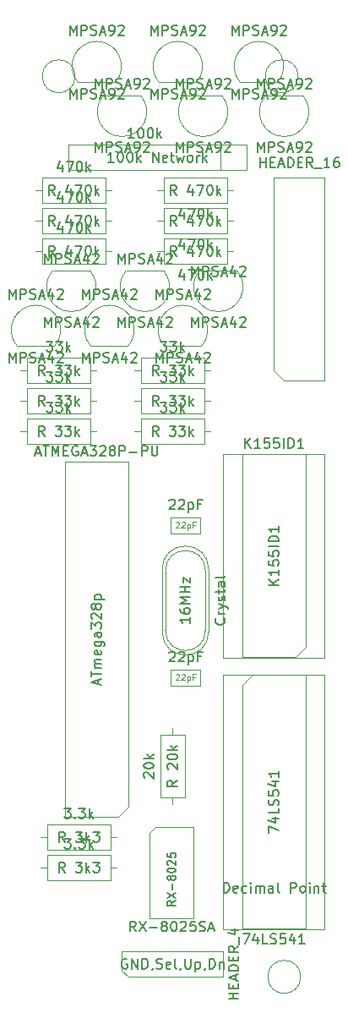
<source format=gbr>
G04 #@! TF.GenerationSoftware,KiCad,Pcbnew,(5.1.0)-1*
G04 #@! TF.CreationDate,2021-08-10T01:44:35-05:00*
G04 #@! TF.ProjectId,nixie_legacy-demux,6e697869-655f-46c6-9567-6163792d6465,rev?*
G04 #@! TF.SameCoordinates,Original*
G04 #@! TF.FileFunction,Other,Fab,Top*
%FSLAX46Y46*%
G04 Gerber Fmt 4.6, Leading zero omitted, Abs format (unit mm)*
G04 Created by KiCad (PCBNEW (5.1.0)-1) date 2021-08-10 01:44:35*
%MOMM*%
%LPD*%
G04 APERTURE LIST*
%ADD10C,0.050000*%
%ADD11C,0.100000*%
%ADD12C,0.150000*%
%ADD13C,0.090000*%
G04 APERTURE END LIST*
D10*
X112648000Y-61214000D02*
G75*
G03X112648000Y-61214000I-1650000J0D01*
G01*
X135000000Y-61214000D02*
G75*
G03X135000000Y-61214000I-1650000J0D01*
G01*
X135254000Y-151384000D02*
G75*
G03X135254000Y-151384000I-1650000J0D01*
G01*
D11*
X120103500Y-145547000D02*
X120126000Y-137010000D01*
X124503500Y-145547000D02*
X120103500Y-145547000D01*
X124526000Y-136410000D02*
X124526000Y-145547000D01*
X120726000Y-136410000D02*
X124526000Y-136410000D01*
X120126000Y-137010000D02*
X120726000Y-136410000D01*
X129174000Y-61798000D02*
X132924000Y-61798000D01*
X132965103Y-61790547D02*
G75*
G03X131064000Y-57718000I-1901103J1592547D01*
G01*
X129171182Y-61800385D02*
G75*
G02X131064000Y-57718000I1892818J1602385D01*
G01*
X121046000Y-61798000D02*
X124796000Y-61798000D01*
X124837103Y-61790547D02*
G75*
G03X122936000Y-57718000I-1901103J1592547D01*
G01*
X121043182Y-61800385D02*
G75*
G02X122936000Y-57718000I1892818J1602385D01*
G01*
X112918000Y-61798000D02*
X116668000Y-61798000D01*
X116709103Y-61790547D02*
G75*
G03X114808000Y-57718000I-1901103J1592547D01*
G01*
X112915182Y-61800385D02*
G75*
G02X114808000Y-57718000I1892818J1602385D01*
G01*
X135494000Y-63170000D02*
X131744000Y-63170000D01*
X131702897Y-63177453D02*
G75*
G03X133604000Y-67250000I1901103J-1592547D01*
G01*
X135496818Y-63167615D02*
G75*
G02X133604000Y-67250000I-1892818J-1602385D01*
G01*
X127368818Y-63167615D02*
G75*
G02X125476000Y-67250000I-1892818J-1602385D01*
G01*
X123574897Y-63177453D02*
G75*
G03X125476000Y-67250000I1901103J-1592547D01*
G01*
X127366000Y-63170000D02*
X123616000Y-63170000D01*
X119238000Y-63170000D02*
X115488000Y-63170000D01*
X115446897Y-63177453D02*
G75*
G03X117348000Y-67250000I1901103J-1592547D01*
G01*
X119240818Y-63167615D02*
G75*
G02X117348000Y-67250000I-1892818J-1602385D01*
G01*
X114160818Y-80693615D02*
G75*
G02X112268000Y-84776000I-1892818J-1602385D01*
G01*
X110366897Y-80703453D02*
G75*
G03X112268000Y-84776000I1901103J-1592547D01*
G01*
X114158000Y-80696000D02*
X110408000Y-80696000D01*
X121526818Y-80693615D02*
G75*
G02X119634000Y-84776000I-1892818J-1602385D01*
G01*
X117732897Y-80703453D02*
G75*
G03X119634000Y-84776000I1901103J-1592547D01*
G01*
X121524000Y-80696000D02*
X117774000Y-80696000D01*
X128892818Y-80693615D02*
G75*
G02X127000000Y-84776000I-1892818J-1602385D01*
G01*
X125098897Y-80703453D02*
G75*
G03X127000000Y-84776000I1901103J-1592547D01*
G01*
X128890000Y-80696000D02*
X125140000Y-80696000D01*
X127508000Y-119440000D02*
X137668000Y-119440000D01*
X127508000Y-99000000D02*
X127508000Y-119440000D01*
X137668000Y-99000000D02*
X127508000Y-99000000D01*
X137668000Y-119440000D02*
X137668000Y-99000000D01*
X135763000Y-118380000D02*
X134763000Y-119380000D01*
X135763000Y-99060000D02*
X135763000Y-118380000D01*
X129413000Y-99060000D02*
X135763000Y-99060000D01*
X129413000Y-119380000D02*
X129413000Y-99060000D01*
X134763000Y-119380000D02*
X129413000Y-119380000D01*
X137668000Y-91694000D02*
X133588000Y-91694000D01*
X133588000Y-91694000D02*
X132588000Y-90694000D01*
X132588000Y-90694000D02*
X132588000Y-71374000D01*
X132588000Y-71374000D02*
X137668000Y-71374000D01*
X137668000Y-71374000D02*
X137668000Y-91694000D01*
X127254000Y-70592000D02*
X127254000Y-68092000D01*
X111994000Y-70592000D02*
X129814000Y-70592000D01*
X111994000Y-68092000D02*
X111994000Y-70592000D01*
X129814000Y-68092000D02*
X111994000Y-68092000D01*
X129814000Y-70592000D02*
X129814000Y-68092000D01*
X115672000Y-73894000D02*
X115672000Y-71394000D01*
X115672000Y-71394000D02*
X109372000Y-71394000D01*
X109372000Y-71394000D02*
X109372000Y-73894000D01*
X109372000Y-73894000D02*
X115672000Y-73894000D01*
X116332000Y-72644000D02*
X115672000Y-72644000D01*
X108712000Y-72644000D02*
X109372000Y-72644000D01*
X121551182Y-88216385D02*
G75*
G02X123444000Y-84134000I1892818J1602385D01*
G01*
X125345103Y-88206547D02*
G75*
G03X123444000Y-84134000I-1901103J1592547D01*
G01*
X121554000Y-88214000D02*
X125304000Y-88214000D01*
X114185182Y-88216385D02*
G75*
G02X116078000Y-84134000I1892818J1602385D01*
G01*
X117979103Y-88206547D02*
G75*
G03X116078000Y-84134000I-1901103J1592547D01*
G01*
X114188000Y-88214000D02*
X117938000Y-88214000D01*
X106819182Y-88216385D02*
G75*
G02X108712000Y-84134000I1892818J1602385D01*
G01*
X110613103Y-88206547D02*
G75*
G03X108712000Y-84134000I-1901103J1592547D01*
G01*
X106822000Y-88214000D02*
X110572000Y-88214000D01*
X121564000Y-71394000D02*
X121564000Y-73894000D01*
X121564000Y-73894000D02*
X127864000Y-73894000D01*
X127864000Y-73894000D02*
X127864000Y-71394000D01*
X127864000Y-71394000D02*
X121564000Y-71394000D01*
X120904000Y-72644000D02*
X121564000Y-72644000D01*
X128524000Y-72644000D02*
X127864000Y-72644000D01*
X121564000Y-74442000D02*
X121564000Y-76942000D01*
X121564000Y-76942000D02*
X127864000Y-76942000D01*
X127864000Y-76942000D02*
X127864000Y-74442000D01*
X127864000Y-74442000D02*
X121564000Y-74442000D01*
X120904000Y-75692000D02*
X121564000Y-75692000D01*
X128524000Y-75692000D02*
X127864000Y-75692000D01*
X125698000Y-110702000D02*
G75*
G03X121698000Y-110702000I-2000000J0D01*
G01*
X125698000Y-116702000D02*
G75*
G02X121698000Y-116702000I-2000000J0D01*
G01*
X126023000Y-110577000D02*
G75*
G03X121373000Y-110577000I-2325000J0D01*
G01*
X126023000Y-116827000D02*
G75*
G02X121373000Y-116827000I-2325000J0D01*
G01*
X125698000Y-116702000D02*
X125698000Y-110702000D01*
X121698000Y-116702000D02*
X121698000Y-110702000D01*
X126023000Y-116827000D02*
X126023000Y-110577000D01*
X121373000Y-116827000D02*
X121373000Y-110577000D01*
X137668000Y-121098000D02*
X127508000Y-121098000D01*
X137668000Y-146618000D02*
X137668000Y-121098000D01*
X127508000Y-146618000D02*
X137668000Y-146618000D01*
X127508000Y-121098000D02*
X127508000Y-146618000D01*
X129413000Y-122158000D02*
X130413000Y-121158000D01*
X129413000Y-146558000D02*
X129413000Y-122158000D01*
X135763000Y-146558000D02*
X129413000Y-146558000D01*
X135763000Y-121158000D02*
X135763000Y-146558000D01*
X130413000Y-121158000D02*
X135763000Y-121158000D01*
X117983000Y-134382000D02*
X116983000Y-135382000D01*
X117983000Y-99822000D02*
X117983000Y-134382000D01*
X111633000Y-99822000D02*
X117983000Y-99822000D01*
X111633000Y-135382000D02*
X111633000Y-99822000D01*
X116983000Y-135382000D02*
X111633000Y-135382000D01*
X109220000Y-140462000D02*
X109880000Y-140462000D01*
X116840000Y-140462000D02*
X116180000Y-140462000D01*
X109880000Y-141712000D02*
X116180000Y-141712000D01*
X109880000Y-139212000D02*
X109880000Y-141712000D01*
X116180000Y-139212000D02*
X109880000Y-139212000D01*
X116180000Y-141712000D02*
X116180000Y-139212000D01*
X109220000Y-137414000D02*
X109880000Y-137414000D01*
X116840000Y-137414000D02*
X116180000Y-137414000D01*
X109880000Y-138664000D02*
X116180000Y-138664000D01*
X109880000Y-136164000D02*
X109880000Y-138664000D01*
X116180000Y-136164000D02*
X109880000Y-136164000D01*
X116180000Y-138664000D02*
X116180000Y-136164000D01*
X107188000Y-96774000D02*
X107848000Y-96774000D01*
X114808000Y-96774000D02*
X114148000Y-96774000D01*
X107848000Y-98024000D02*
X114148000Y-98024000D01*
X107848000Y-95524000D02*
X107848000Y-98024000D01*
X114148000Y-95524000D02*
X107848000Y-95524000D01*
X114148000Y-98024000D02*
X114148000Y-95524000D01*
X118618000Y-90678000D02*
X119278000Y-90678000D01*
X126238000Y-90678000D02*
X125578000Y-90678000D01*
X119278000Y-91928000D02*
X125578000Y-91928000D01*
X119278000Y-89428000D02*
X119278000Y-91928000D01*
X125578000Y-89428000D02*
X119278000Y-89428000D01*
X125578000Y-91928000D02*
X125578000Y-89428000D01*
X107188000Y-93726000D02*
X107848000Y-93726000D01*
X114808000Y-93726000D02*
X114148000Y-93726000D01*
X107848000Y-94976000D02*
X114148000Y-94976000D01*
X107848000Y-92476000D02*
X107848000Y-94976000D01*
X114148000Y-92476000D02*
X107848000Y-92476000D01*
X114148000Y-94976000D02*
X114148000Y-92476000D01*
X118618000Y-93726000D02*
X119278000Y-93726000D01*
X126238000Y-93726000D02*
X125578000Y-93726000D01*
X119278000Y-94976000D02*
X125578000Y-94976000D01*
X119278000Y-92476000D02*
X119278000Y-94976000D01*
X125578000Y-92476000D02*
X119278000Y-92476000D01*
X125578000Y-94976000D02*
X125578000Y-92476000D01*
X107188000Y-90678000D02*
X107848000Y-90678000D01*
X114808000Y-90678000D02*
X114148000Y-90678000D01*
X107848000Y-91928000D02*
X114148000Y-91928000D01*
X107848000Y-89428000D02*
X107848000Y-91928000D01*
X114148000Y-89428000D02*
X107848000Y-89428000D01*
X114148000Y-91928000D02*
X114148000Y-89428000D01*
X118618000Y-96774000D02*
X119278000Y-96774000D01*
X126238000Y-96774000D02*
X125578000Y-96774000D01*
X119278000Y-98024000D02*
X125578000Y-98024000D01*
X119278000Y-95524000D02*
X119278000Y-98024000D01*
X125578000Y-95524000D02*
X119278000Y-95524000D01*
X125578000Y-98024000D02*
X125578000Y-95524000D01*
X121564000Y-77490000D02*
X121564000Y-79990000D01*
X121564000Y-79990000D02*
X127864000Y-79990000D01*
X127864000Y-79990000D02*
X127864000Y-77490000D01*
X127864000Y-77490000D02*
X121564000Y-77490000D01*
X120904000Y-78740000D02*
X121564000Y-78740000D01*
X128524000Y-78740000D02*
X127864000Y-78740000D01*
X115672000Y-76942000D02*
X115672000Y-74442000D01*
X115672000Y-74442000D02*
X109372000Y-74442000D01*
X109372000Y-74442000D02*
X109372000Y-76942000D01*
X109372000Y-76942000D02*
X115672000Y-76942000D01*
X116332000Y-75692000D02*
X115672000Y-75692000D01*
X108712000Y-75692000D02*
X109372000Y-75692000D01*
X115672000Y-79990000D02*
X115672000Y-77490000D01*
X115672000Y-77490000D02*
X109372000Y-77490000D01*
X109372000Y-77490000D02*
X109372000Y-79990000D01*
X109372000Y-79990000D02*
X115672000Y-79990000D01*
X116332000Y-78740000D02*
X115672000Y-78740000D01*
X108712000Y-78740000D02*
X109372000Y-78740000D01*
X122428000Y-134112000D02*
X122428000Y-133452000D01*
X122428000Y-126492000D02*
X122428000Y-127152000D01*
X123678000Y-133452000D02*
X123678000Y-127152000D01*
X121178000Y-133452000D02*
X123678000Y-133452000D01*
X121178000Y-127152000D02*
X121178000Y-133452000D01*
X123678000Y-127152000D02*
X121178000Y-127152000D01*
X117983000Y-151384000D02*
X117348000Y-150749000D01*
X127508000Y-151384000D02*
X117983000Y-151384000D01*
X127508000Y-148844000D02*
X127508000Y-151384000D01*
X117348000Y-148844000D02*
X127508000Y-148844000D01*
X117348000Y-150749000D02*
X117348000Y-148844000D01*
X122218000Y-106972000D02*
X125218000Y-106972000D01*
X122218000Y-105372000D02*
X122218000Y-106972000D01*
X125218000Y-105372000D02*
X122218000Y-105372000D01*
X125218000Y-106972000D02*
X125218000Y-105372000D01*
X122218000Y-122212000D02*
X125218000Y-122212000D01*
X122218000Y-120612000D02*
X122218000Y-122212000D01*
X125218000Y-120612000D02*
X122218000Y-120612000D01*
X125218000Y-122212000D02*
X125218000Y-120612000D01*
D12*
X118730761Y-146824880D02*
X118397428Y-146348690D01*
X118159333Y-146824880D02*
X118159333Y-145824880D01*
X118540285Y-145824880D01*
X118635523Y-145872500D01*
X118683142Y-145920119D01*
X118730761Y-146015357D01*
X118730761Y-146158214D01*
X118683142Y-146253452D01*
X118635523Y-146301071D01*
X118540285Y-146348690D01*
X118159333Y-146348690D01*
X119064095Y-145824880D02*
X119730761Y-146824880D01*
X119730761Y-145824880D02*
X119064095Y-146824880D01*
X120111714Y-146443928D02*
X120873619Y-146443928D01*
X121492666Y-146253452D02*
X121397428Y-146205833D01*
X121349809Y-146158214D01*
X121302190Y-146062976D01*
X121302190Y-146015357D01*
X121349809Y-145920119D01*
X121397428Y-145872500D01*
X121492666Y-145824880D01*
X121683142Y-145824880D01*
X121778380Y-145872500D01*
X121826000Y-145920119D01*
X121873619Y-146015357D01*
X121873619Y-146062976D01*
X121826000Y-146158214D01*
X121778380Y-146205833D01*
X121683142Y-146253452D01*
X121492666Y-146253452D01*
X121397428Y-146301071D01*
X121349809Y-146348690D01*
X121302190Y-146443928D01*
X121302190Y-146634404D01*
X121349809Y-146729642D01*
X121397428Y-146777261D01*
X121492666Y-146824880D01*
X121683142Y-146824880D01*
X121778380Y-146777261D01*
X121826000Y-146729642D01*
X121873619Y-146634404D01*
X121873619Y-146443928D01*
X121826000Y-146348690D01*
X121778380Y-146301071D01*
X121683142Y-146253452D01*
X122492666Y-145824880D02*
X122587904Y-145824880D01*
X122683142Y-145872500D01*
X122730761Y-145920119D01*
X122778380Y-146015357D01*
X122826000Y-146205833D01*
X122826000Y-146443928D01*
X122778380Y-146634404D01*
X122730761Y-146729642D01*
X122683142Y-146777261D01*
X122587904Y-146824880D01*
X122492666Y-146824880D01*
X122397428Y-146777261D01*
X122349809Y-146729642D01*
X122302190Y-146634404D01*
X122254571Y-146443928D01*
X122254571Y-146205833D01*
X122302190Y-146015357D01*
X122349809Y-145920119D01*
X122397428Y-145872500D01*
X122492666Y-145824880D01*
X123206952Y-145920119D02*
X123254571Y-145872500D01*
X123349809Y-145824880D01*
X123587904Y-145824880D01*
X123683142Y-145872500D01*
X123730761Y-145920119D01*
X123778380Y-146015357D01*
X123778380Y-146110595D01*
X123730761Y-146253452D01*
X123159333Y-146824880D01*
X123778380Y-146824880D01*
X124683142Y-145824880D02*
X124206952Y-145824880D01*
X124159333Y-146301071D01*
X124206952Y-146253452D01*
X124302190Y-146205833D01*
X124540285Y-146205833D01*
X124635523Y-146253452D01*
X124683142Y-146301071D01*
X124730761Y-146396309D01*
X124730761Y-146634404D01*
X124683142Y-146729642D01*
X124635523Y-146777261D01*
X124540285Y-146824880D01*
X124302190Y-146824880D01*
X124206952Y-146777261D01*
X124159333Y-146729642D01*
X125111714Y-146777261D02*
X125254571Y-146824880D01*
X125492666Y-146824880D01*
X125587904Y-146777261D01*
X125635523Y-146729642D01*
X125683142Y-146634404D01*
X125683142Y-146539166D01*
X125635523Y-146443928D01*
X125587904Y-146396309D01*
X125492666Y-146348690D01*
X125302190Y-146301071D01*
X125206952Y-146253452D01*
X125159333Y-146205833D01*
X125111714Y-146110595D01*
X125111714Y-146015357D01*
X125159333Y-145920119D01*
X125206952Y-145872500D01*
X125302190Y-145824880D01*
X125540285Y-145824880D01*
X125683142Y-145872500D01*
X126064095Y-146539166D02*
X126540285Y-146539166D01*
X125968857Y-146824880D02*
X126302190Y-145824880D01*
X126635523Y-146824880D01*
X122687904Y-143762380D02*
X122306952Y-144029047D01*
X122687904Y-144219523D02*
X121887904Y-144219523D01*
X121887904Y-143914761D01*
X121926000Y-143838571D01*
X121964095Y-143800476D01*
X122040285Y-143762380D01*
X122154571Y-143762380D01*
X122230761Y-143800476D01*
X122268857Y-143838571D01*
X122306952Y-143914761D01*
X122306952Y-144219523D01*
X121887904Y-143495714D02*
X122687904Y-142962380D01*
X121887904Y-142962380D02*
X122687904Y-143495714D01*
X122383142Y-142657619D02*
X122383142Y-142048095D01*
X122230761Y-141552857D02*
X122192666Y-141629047D01*
X122154571Y-141667142D01*
X122078380Y-141705238D01*
X122040285Y-141705238D01*
X121964095Y-141667142D01*
X121926000Y-141629047D01*
X121887904Y-141552857D01*
X121887904Y-141400476D01*
X121926000Y-141324285D01*
X121964095Y-141286190D01*
X122040285Y-141248095D01*
X122078380Y-141248095D01*
X122154571Y-141286190D01*
X122192666Y-141324285D01*
X122230761Y-141400476D01*
X122230761Y-141552857D01*
X122268857Y-141629047D01*
X122306952Y-141667142D01*
X122383142Y-141705238D01*
X122535523Y-141705238D01*
X122611714Y-141667142D01*
X122649809Y-141629047D01*
X122687904Y-141552857D01*
X122687904Y-141400476D01*
X122649809Y-141324285D01*
X122611714Y-141286190D01*
X122535523Y-141248095D01*
X122383142Y-141248095D01*
X122306952Y-141286190D01*
X122268857Y-141324285D01*
X122230761Y-141400476D01*
X121887904Y-140752857D02*
X121887904Y-140676666D01*
X121926000Y-140600476D01*
X121964095Y-140562380D01*
X122040285Y-140524285D01*
X122192666Y-140486190D01*
X122383142Y-140486190D01*
X122535523Y-140524285D01*
X122611714Y-140562380D01*
X122649809Y-140600476D01*
X122687904Y-140676666D01*
X122687904Y-140752857D01*
X122649809Y-140829047D01*
X122611714Y-140867142D01*
X122535523Y-140905238D01*
X122383142Y-140943333D01*
X122192666Y-140943333D01*
X122040285Y-140905238D01*
X121964095Y-140867142D01*
X121926000Y-140829047D01*
X121887904Y-140752857D01*
X121964095Y-140181428D02*
X121926000Y-140143333D01*
X121887904Y-140067142D01*
X121887904Y-139876666D01*
X121926000Y-139800476D01*
X121964095Y-139762380D01*
X122040285Y-139724285D01*
X122116476Y-139724285D01*
X122230761Y-139762380D01*
X122687904Y-140219523D01*
X122687904Y-139724285D01*
X121887904Y-139000476D02*
X121887904Y-139381428D01*
X122268857Y-139419523D01*
X122230761Y-139381428D01*
X122192666Y-139305238D01*
X122192666Y-139114761D01*
X122230761Y-139038571D01*
X122268857Y-139000476D01*
X122345047Y-138962380D01*
X122535523Y-138962380D01*
X122611714Y-139000476D01*
X122649809Y-139038571D01*
X122687904Y-139114761D01*
X122687904Y-139305238D01*
X122649809Y-139381428D01*
X122611714Y-139419523D01*
X127540380Y-142946380D02*
X127540380Y-141946380D01*
X127778476Y-141946380D01*
X127921333Y-141994000D01*
X128016571Y-142089238D01*
X128064190Y-142184476D01*
X128111809Y-142374952D01*
X128111809Y-142517809D01*
X128064190Y-142708285D01*
X128016571Y-142803523D01*
X127921333Y-142898761D01*
X127778476Y-142946380D01*
X127540380Y-142946380D01*
X128921333Y-142898761D02*
X128826095Y-142946380D01*
X128635619Y-142946380D01*
X128540380Y-142898761D01*
X128492761Y-142803523D01*
X128492761Y-142422571D01*
X128540380Y-142327333D01*
X128635619Y-142279714D01*
X128826095Y-142279714D01*
X128921333Y-142327333D01*
X128968952Y-142422571D01*
X128968952Y-142517809D01*
X128492761Y-142613047D01*
X129826095Y-142898761D02*
X129730857Y-142946380D01*
X129540380Y-142946380D01*
X129445142Y-142898761D01*
X129397523Y-142851142D01*
X129349904Y-142755904D01*
X129349904Y-142470190D01*
X129397523Y-142374952D01*
X129445142Y-142327333D01*
X129540380Y-142279714D01*
X129730857Y-142279714D01*
X129826095Y-142327333D01*
X130254666Y-142946380D02*
X130254666Y-142279714D01*
X130254666Y-141946380D02*
X130207047Y-141994000D01*
X130254666Y-142041619D01*
X130302285Y-141994000D01*
X130254666Y-141946380D01*
X130254666Y-142041619D01*
X130730857Y-142946380D02*
X130730857Y-142279714D01*
X130730857Y-142374952D02*
X130778476Y-142327333D01*
X130873714Y-142279714D01*
X131016571Y-142279714D01*
X131111809Y-142327333D01*
X131159428Y-142422571D01*
X131159428Y-142946380D01*
X131159428Y-142422571D02*
X131207047Y-142327333D01*
X131302285Y-142279714D01*
X131445142Y-142279714D01*
X131540380Y-142327333D01*
X131588000Y-142422571D01*
X131588000Y-142946380D01*
X132492761Y-142946380D02*
X132492761Y-142422571D01*
X132445142Y-142327333D01*
X132349904Y-142279714D01*
X132159428Y-142279714D01*
X132064190Y-142327333D01*
X132492761Y-142898761D02*
X132397523Y-142946380D01*
X132159428Y-142946380D01*
X132064190Y-142898761D01*
X132016571Y-142803523D01*
X132016571Y-142708285D01*
X132064190Y-142613047D01*
X132159428Y-142565428D01*
X132397523Y-142565428D01*
X132492761Y-142517809D01*
X133111809Y-142946380D02*
X133016571Y-142898761D01*
X132968952Y-142803523D01*
X132968952Y-141946380D01*
X134254666Y-142946380D02*
X134254666Y-141946380D01*
X134635619Y-141946380D01*
X134730857Y-141994000D01*
X134778476Y-142041619D01*
X134826095Y-142136857D01*
X134826095Y-142279714D01*
X134778476Y-142374952D01*
X134730857Y-142422571D01*
X134635619Y-142470190D01*
X134254666Y-142470190D01*
X135397523Y-142946380D02*
X135302285Y-142898761D01*
X135254666Y-142851142D01*
X135207047Y-142755904D01*
X135207047Y-142470190D01*
X135254666Y-142374952D01*
X135302285Y-142327333D01*
X135397523Y-142279714D01*
X135540380Y-142279714D01*
X135635619Y-142327333D01*
X135683238Y-142374952D01*
X135730857Y-142470190D01*
X135730857Y-142755904D01*
X135683238Y-142851142D01*
X135635619Y-142898761D01*
X135540380Y-142946380D01*
X135397523Y-142946380D01*
X136159428Y-142946380D02*
X136159428Y-142279714D01*
X136159428Y-141946380D02*
X136111809Y-141994000D01*
X136159428Y-142041619D01*
X136207047Y-141994000D01*
X136159428Y-141946380D01*
X136159428Y-142041619D01*
X136635619Y-142279714D02*
X136635619Y-142946380D01*
X136635619Y-142374952D02*
X136683238Y-142327333D01*
X136778476Y-142279714D01*
X136921333Y-142279714D01*
X137016571Y-142327333D01*
X137064190Y-142422571D01*
X137064190Y-142946380D01*
X137397523Y-142279714D02*
X137778476Y-142279714D01*
X137540380Y-141946380D02*
X137540380Y-142803523D01*
X137588000Y-142898761D01*
X137683238Y-142946380D01*
X137778476Y-142946380D01*
X128373523Y-63440380D02*
X128373523Y-62440380D01*
X128706857Y-63154666D01*
X129040190Y-62440380D01*
X129040190Y-63440380D01*
X129516380Y-63440380D02*
X129516380Y-62440380D01*
X129897333Y-62440380D01*
X129992571Y-62488000D01*
X130040190Y-62535619D01*
X130087809Y-62630857D01*
X130087809Y-62773714D01*
X130040190Y-62868952D01*
X129992571Y-62916571D01*
X129897333Y-62964190D01*
X129516380Y-62964190D01*
X130468761Y-63392761D02*
X130611619Y-63440380D01*
X130849714Y-63440380D01*
X130944952Y-63392761D01*
X130992571Y-63345142D01*
X131040190Y-63249904D01*
X131040190Y-63154666D01*
X130992571Y-63059428D01*
X130944952Y-63011809D01*
X130849714Y-62964190D01*
X130659238Y-62916571D01*
X130564000Y-62868952D01*
X130516380Y-62821333D01*
X130468761Y-62726095D01*
X130468761Y-62630857D01*
X130516380Y-62535619D01*
X130564000Y-62488000D01*
X130659238Y-62440380D01*
X130897333Y-62440380D01*
X131040190Y-62488000D01*
X131421142Y-63154666D02*
X131897333Y-63154666D01*
X131325904Y-63440380D02*
X131659238Y-62440380D01*
X131992571Y-63440380D01*
X132373523Y-63440380D02*
X132564000Y-63440380D01*
X132659238Y-63392761D01*
X132706857Y-63345142D01*
X132802095Y-63202285D01*
X132849714Y-63011809D01*
X132849714Y-62630857D01*
X132802095Y-62535619D01*
X132754476Y-62488000D01*
X132659238Y-62440380D01*
X132468761Y-62440380D01*
X132373523Y-62488000D01*
X132325904Y-62535619D01*
X132278285Y-62630857D01*
X132278285Y-62868952D01*
X132325904Y-62964190D01*
X132373523Y-63011809D01*
X132468761Y-63059428D01*
X132659238Y-63059428D01*
X132754476Y-63011809D01*
X132802095Y-62964190D01*
X132849714Y-62868952D01*
X133230666Y-62535619D02*
X133278285Y-62488000D01*
X133373523Y-62440380D01*
X133611619Y-62440380D01*
X133706857Y-62488000D01*
X133754476Y-62535619D01*
X133802095Y-62630857D01*
X133802095Y-62726095D01*
X133754476Y-62868952D01*
X133183047Y-63440380D01*
X133802095Y-63440380D01*
X128373523Y-57090380D02*
X128373523Y-56090380D01*
X128706857Y-56804666D01*
X129040190Y-56090380D01*
X129040190Y-57090380D01*
X129516380Y-57090380D02*
X129516380Y-56090380D01*
X129897333Y-56090380D01*
X129992571Y-56138000D01*
X130040190Y-56185619D01*
X130087809Y-56280857D01*
X130087809Y-56423714D01*
X130040190Y-56518952D01*
X129992571Y-56566571D01*
X129897333Y-56614190D01*
X129516380Y-56614190D01*
X130468761Y-57042761D02*
X130611619Y-57090380D01*
X130849714Y-57090380D01*
X130944952Y-57042761D01*
X130992571Y-56995142D01*
X131040190Y-56899904D01*
X131040190Y-56804666D01*
X130992571Y-56709428D01*
X130944952Y-56661809D01*
X130849714Y-56614190D01*
X130659238Y-56566571D01*
X130564000Y-56518952D01*
X130516380Y-56471333D01*
X130468761Y-56376095D01*
X130468761Y-56280857D01*
X130516380Y-56185619D01*
X130564000Y-56138000D01*
X130659238Y-56090380D01*
X130897333Y-56090380D01*
X131040190Y-56138000D01*
X131421142Y-56804666D02*
X131897333Y-56804666D01*
X131325904Y-57090380D02*
X131659238Y-56090380D01*
X131992571Y-57090380D01*
X132373523Y-57090380D02*
X132564000Y-57090380D01*
X132659238Y-57042761D01*
X132706857Y-56995142D01*
X132802095Y-56852285D01*
X132849714Y-56661809D01*
X132849714Y-56280857D01*
X132802095Y-56185619D01*
X132754476Y-56138000D01*
X132659238Y-56090380D01*
X132468761Y-56090380D01*
X132373523Y-56138000D01*
X132325904Y-56185619D01*
X132278285Y-56280857D01*
X132278285Y-56518952D01*
X132325904Y-56614190D01*
X132373523Y-56661809D01*
X132468761Y-56709428D01*
X132659238Y-56709428D01*
X132754476Y-56661809D01*
X132802095Y-56614190D01*
X132849714Y-56518952D01*
X133230666Y-56185619D02*
X133278285Y-56138000D01*
X133373523Y-56090380D01*
X133611619Y-56090380D01*
X133706857Y-56138000D01*
X133754476Y-56185619D01*
X133802095Y-56280857D01*
X133802095Y-56376095D01*
X133754476Y-56518952D01*
X133183047Y-57090380D01*
X133802095Y-57090380D01*
X120245523Y-63440380D02*
X120245523Y-62440380D01*
X120578857Y-63154666D01*
X120912190Y-62440380D01*
X120912190Y-63440380D01*
X121388380Y-63440380D02*
X121388380Y-62440380D01*
X121769333Y-62440380D01*
X121864571Y-62488000D01*
X121912190Y-62535619D01*
X121959809Y-62630857D01*
X121959809Y-62773714D01*
X121912190Y-62868952D01*
X121864571Y-62916571D01*
X121769333Y-62964190D01*
X121388380Y-62964190D01*
X122340761Y-63392761D02*
X122483619Y-63440380D01*
X122721714Y-63440380D01*
X122816952Y-63392761D01*
X122864571Y-63345142D01*
X122912190Y-63249904D01*
X122912190Y-63154666D01*
X122864571Y-63059428D01*
X122816952Y-63011809D01*
X122721714Y-62964190D01*
X122531238Y-62916571D01*
X122436000Y-62868952D01*
X122388380Y-62821333D01*
X122340761Y-62726095D01*
X122340761Y-62630857D01*
X122388380Y-62535619D01*
X122436000Y-62488000D01*
X122531238Y-62440380D01*
X122769333Y-62440380D01*
X122912190Y-62488000D01*
X123293142Y-63154666D02*
X123769333Y-63154666D01*
X123197904Y-63440380D02*
X123531238Y-62440380D01*
X123864571Y-63440380D01*
X124245523Y-63440380D02*
X124436000Y-63440380D01*
X124531238Y-63392761D01*
X124578857Y-63345142D01*
X124674095Y-63202285D01*
X124721714Y-63011809D01*
X124721714Y-62630857D01*
X124674095Y-62535619D01*
X124626476Y-62488000D01*
X124531238Y-62440380D01*
X124340761Y-62440380D01*
X124245523Y-62488000D01*
X124197904Y-62535619D01*
X124150285Y-62630857D01*
X124150285Y-62868952D01*
X124197904Y-62964190D01*
X124245523Y-63011809D01*
X124340761Y-63059428D01*
X124531238Y-63059428D01*
X124626476Y-63011809D01*
X124674095Y-62964190D01*
X124721714Y-62868952D01*
X125102666Y-62535619D02*
X125150285Y-62488000D01*
X125245523Y-62440380D01*
X125483619Y-62440380D01*
X125578857Y-62488000D01*
X125626476Y-62535619D01*
X125674095Y-62630857D01*
X125674095Y-62726095D01*
X125626476Y-62868952D01*
X125055047Y-63440380D01*
X125674095Y-63440380D01*
X120245523Y-57090380D02*
X120245523Y-56090380D01*
X120578857Y-56804666D01*
X120912190Y-56090380D01*
X120912190Y-57090380D01*
X121388380Y-57090380D02*
X121388380Y-56090380D01*
X121769333Y-56090380D01*
X121864571Y-56138000D01*
X121912190Y-56185619D01*
X121959809Y-56280857D01*
X121959809Y-56423714D01*
X121912190Y-56518952D01*
X121864571Y-56566571D01*
X121769333Y-56614190D01*
X121388380Y-56614190D01*
X122340761Y-57042761D02*
X122483619Y-57090380D01*
X122721714Y-57090380D01*
X122816952Y-57042761D01*
X122864571Y-56995142D01*
X122912190Y-56899904D01*
X122912190Y-56804666D01*
X122864571Y-56709428D01*
X122816952Y-56661809D01*
X122721714Y-56614190D01*
X122531238Y-56566571D01*
X122436000Y-56518952D01*
X122388380Y-56471333D01*
X122340761Y-56376095D01*
X122340761Y-56280857D01*
X122388380Y-56185619D01*
X122436000Y-56138000D01*
X122531238Y-56090380D01*
X122769333Y-56090380D01*
X122912190Y-56138000D01*
X123293142Y-56804666D02*
X123769333Y-56804666D01*
X123197904Y-57090380D02*
X123531238Y-56090380D01*
X123864571Y-57090380D01*
X124245523Y-57090380D02*
X124436000Y-57090380D01*
X124531238Y-57042761D01*
X124578857Y-56995142D01*
X124674095Y-56852285D01*
X124721714Y-56661809D01*
X124721714Y-56280857D01*
X124674095Y-56185619D01*
X124626476Y-56138000D01*
X124531238Y-56090380D01*
X124340761Y-56090380D01*
X124245523Y-56138000D01*
X124197904Y-56185619D01*
X124150285Y-56280857D01*
X124150285Y-56518952D01*
X124197904Y-56614190D01*
X124245523Y-56661809D01*
X124340761Y-56709428D01*
X124531238Y-56709428D01*
X124626476Y-56661809D01*
X124674095Y-56614190D01*
X124721714Y-56518952D01*
X125102666Y-56185619D02*
X125150285Y-56138000D01*
X125245523Y-56090380D01*
X125483619Y-56090380D01*
X125578857Y-56138000D01*
X125626476Y-56185619D01*
X125674095Y-56280857D01*
X125674095Y-56376095D01*
X125626476Y-56518952D01*
X125055047Y-57090380D01*
X125674095Y-57090380D01*
X112117523Y-63440380D02*
X112117523Y-62440380D01*
X112450857Y-63154666D01*
X112784190Y-62440380D01*
X112784190Y-63440380D01*
X113260380Y-63440380D02*
X113260380Y-62440380D01*
X113641333Y-62440380D01*
X113736571Y-62488000D01*
X113784190Y-62535619D01*
X113831809Y-62630857D01*
X113831809Y-62773714D01*
X113784190Y-62868952D01*
X113736571Y-62916571D01*
X113641333Y-62964190D01*
X113260380Y-62964190D01*
X114212761Y-63392761D02*
X114355619Y-63440380D01*
X114593714Y-63440380D01*
X114688952Y-63392761D01*
X114736571Y-63345142D01*
X114784190Y-63249904D01*
X114784190Y-63154666D01*
X114736571Y-63059428D01*
X114688952Y-63011809D01*
X114593714Y-62964190D01*
X114403238Y-62916571D01*
X114308000Y-62868952D01*
X114260380Y-62821333D01*
X114212761Y-62726095D01*
X114212761Y-62630857D01*
X114260380Y-62535619D01*
X114308000Y-62488000D01*
X114403238Y-62440380D01*
X114641333Y-62440380D01*
X114784190Y-62488000D01*
X115165142Y-63154666D02*
X115641333Y-63154666D01*
X115069904Y-63440380D02*
X115403238Y-62440380D01*
X115736571Y-63440380D01*
X116117523Y-63440380D02*
X116308000Y-63440380D01*
X116403238Y-63392761D01*
X116450857Y-63345142D01*
X116546095Y-63202285D01*
X116593714Y-63011809D01*
X116593714Y-62630857D01*
X116546095Y-62535619D01*
X116498476Y-62488000D01*
X116403238Y-62440380D01*
X116212761Y-62440380D01*
X116117523Y-62488000D01*
X116069904Y-62535619D01*
X116022285Y-62630857D01*
X116022285Y-62868952D01*
X116069904Y-62964190D01*
X116117523Y-63011809D01*
X116212761Y-63059428D01*
X116403238Y-63059428D01*
X116498476Y-63011809D01*
X116546095Y-62964190D01*
X116593714Y-62868952D01*
X116974666Y-62535619D02*
X117022285Y-62488000D01*
X117117523Y-62440380D01*
X117355619Y-62440380D01*
X117450857Y-62488000D01*
X117498476Y-62535619D01*
X117546095Y-62630857D01*
X117546095Y-62726095D01*
X117498476Y-62868952D01*
X116927047Y-63440380D01*
X117546095Y-63440380D01*
X112117523Y-57090380D02*
X112117523Y-56090380D01*
X112450857Y-56804666D01*
X112784190Y-56090380D01*
X112784190Y-57090380D01*
X113260380Y-57090380D02*
X113260380Y-56090380D01*
X113641333Y-56090380D01*
X113736571Y-56138000D01*
X113784190Y-56185619D01*
X113831809Y-56280857D01*
X113831809Y-56423714D01*
X113784190Y-56518952D01*
X113736571Y-56566571D01*
X113641333Y-56614190D01*
X113260380Y-56614190D01*
X114212761Y-57042761D02*
X114355619Y-57090380D01*
X114593714Y-57090380D01*
X114688952Y-57042761D01*
X114736571Y-56995142D01*
X114784190Y-56899904D01*
X114784190Y-56804666D01*
X114736571Y-56709428D01*
X114688952Y-56661809D01*
X114593714Y-56614190D01*
X114403238Y-56566571D01*
X114308000Y-56518952D01*
X114260380Y-56471333D01*
X114212761Y-56376095D01*
X114212761Y-56280857D01*
X114260380Y-56185619D01*
X114308000Y-56138000D01*
X114403238Y-56090380D01*
X114641333Y-56090380D01*
X114784190Y-56138000D01*
X115165142Y-56804666D02*
X115641333Y-56804666D01*
X115069904Y-57090380D02*
X115403238Y-56090380D01*
X115736571Y-57090380D01*
X116117523Y-57090380D02*
X116308000Y-57090380D01*
X116403238Y-57042761D01*
X116450857Y-56995142D01*
X116546095Y-56852285D01*
X116593714Y-56661809D01*
X116593714Y-56280857D01*
X116546095Y-56185619D01*
X116498476Y-56138000D01*
X116403238Y-56090380D01*
X116212761Y-56090380D01*
X116117523Y-56138000D01*
X116069904Y-56185619D01*
X116022285Y-56280857D01*
X116022285Y-56518952D01*
X116069904Y-56614190D01*
X116117523Y-56661809D01*
X116212761Y-56709428D01*
X116403238Y-56709428D01*
X116498476Y-56661809D01*
X116546095Y-56614190D01*
X116593714Y-56518952D01*
X116974666Y-56185619D02*
X117022285Y-56138000D01*
X117117523Y-56090380D01*
X117355619Y-56090380D01*
X117450857Y-56138000D01*
X117498476Y-56185619D01*
X117546095Y-56280857D01*
X117546095Y-56376095D01*
X117498476Y-56518952D01*
X116927047Y-57090380D01*
X117546095Y-57090380D01*
X130913523Y-62432380D02*
X130913523Y-61432380D01*
X131246857Y-62146666D01*
X131580190Y-61432380D01*
X131580190Y-62432380D01*
X132056380Y-62432380D02*
X132056380Y-61432380D01*
X132437333Y-61432380D01*
X132532571Y-61480000D01*
X132580190Y-61527619D01*
X132627809Y-61622857D01*
X132627809Y-61765714D01*
X132580190Y-61860952D01*
X132532571Y-61908571D01*
X132437333Y-61956190D01*
X132056380Y-61956190D01*
X133008761Y-62384761D02*
X133151619Y-62432380D01*
X133389714Y-62432380D01*
X133484952Y-62384761D01*
X133532571Y-62337142D01*
X133580190Y-62241904D01*
X133580190Y-62146666D01*
X133532571Y-62051428D01*
X133484952Y-62003809D01*
X133389714Y-61956190D01*
X133199238Y-61908571D01*
X133104000Y-61860952D01*
X133056380Y-61813333D01*
X133008761Y-61718095D01*
X133008761Y-61622857D01*
X133056380Y-61527619D01*
X133104000Y-61480000D01*
X133199238Y-61432380D01*
X133437333Y-61432380D01*
X133580190Y-61480000D01*
X133961142Y-62146666D02*
X134437333Y-62146666D01*
X133865904Y-62432380D02*
X134199238Y-61432380D01*
X134532571Y-62432380D01*
X134913523Y-62432380D02*
X135104000Y-62432380D01*
X135199238Y-62384761D01*
X135246857Y-62337142D01*
X135342095Y-62194285D01*
X135389714Y-62003809D01*
X135389714Y-61622857D01*
X135342095Y-61527619D01*
X135294476Y-61480000D01*
X135199238Y-61432380D01*
X135008761Y-61432380D01*
X134913523Y-61480000D01*
X134865904Y-61527619D01*
X134818285Y-61622857D01*
X134818285Y-61860952D01*
X134865904Y-61956190D01*
X134913523Y-62003809D01*
X135008761Y-62051428D01*
X135199238Y-62051428D01*
X135294476Y-62003809D01*
X135342095Y-61956190D01*
X135389714Y-61860952D01*
X135770666Y-61527619D02*
X135818285Y-61480000D01*
X135913523Y-61432380D01*
X136151619Y-61432380D01*
X136246857Y-61480000D01*
X136294476Y-61527619D01*
X136342095Y-61622857D01*
X136342095Y-61718095D01*
X136294476Y-61860952D01*
X135723047Y-62432380D01*
X136342095Y-62432380D01*
X130913523Y-68782380D02*
X130913523Y-67782380D01*
X131246857Y-68496666D01*
X131580190Y-67782380D01*
X131580190Y-68782380D01*
X132056380Y-68782380D02*
X132056380Y-67782380D01*
X132437333Y-67782380D01*
X132532571Y-67830000D01*
X132580190Y-67877619D01*
X132627809Y-67972857D01*
X132627809Y-68115714D01*
X132580190Y-68210952D01*
X132532571Y-68258571D01*
X132437333Y-68306190D01*
X132056380Y-68306190D01*
X133008761Y-68734761D02*
X133151619Y-68782380D01*
X133389714Y-68782380D01*
X133484952Y-68734761D01*
X133532571Y-68687142D01*
X133580190Y-68591904D01*
X133580190Y-68496666D01*
X133532571Y-68401428D01*
X133484952Y-68353809D01*
X133389714Y-68306190D01*
X133199238Y-68258571D01*
X133104000Y-68210952D01*
X133056380Y-68163333D01*
X133008761Y-68068095D01*
X133008761Y-67972857D01*
X133056380Y-67877619D01*
X133104000Y-67830000D01*
X133199238Y-67782380D01*
X133437333Y-67782380D01*
X133580190Y-67830000D01*
X133961142Y-68496666D02*
X134437333Y-68496666D01*
X133865904Y-68782380D02*
X134199238Y-67782380D01*
X134532571Y-68782380D01*
X134913523Y-68782380D02*
X135104000Y-68782380D01*
X135199238Y-68734761D01*
X135246857Y-68687142D01*
X135342095Y-68544285D01*
X135389714Y-68353809D01*
X135389714Y-67972857D01*
X135342095Y-67877619D01*
X135294476Y-67830000D01*
X135199238Y-67782380D01*
X135008761Y-67782380D01*
X134913523Y-67830000D01*
X134865904Y-67877619D01*
X134818285Y-67972857D01*
X134818285Y-68210952D01*
X134865904Y-68306190D01*
X134913523Y-68353809D01*
X135008761Y-68401428D01*
X135199238Y-68401428D01*
X135294476Y-68353809D01*
X135342095Y-68306190D01*
X135389714Y-68210952D01*
X135770666Y-67877619D02*
X135818285Y-67830000D01*
X135913523Y-67782380D01*
X136151619Y-67782380D01*
X136246857Y-67830000D01*
X136294476Y-67877619D01*
X136342095Y-67972857D01*
X136342095Y-68068095D01*
X136294476Y-68210952D01*
X135723047Y-68782380D01*
X136342095Y-68782380D01*
X122785523Y-62432380D02*
X122785523Y-61432380D01*
X123118857Y-62146666D01*
X123452190Y-61432380D01*
X123452190Y-62432380D01*
X123928380Y-62432380D02*
X123928380Y-61432380D01*
X124309333Y-61432380D01*
X124404571Y-61480000D01*
X124452190Y-61527619D01*
X124499809Y-61622857D01*
X124499809Y-61765714D01*
X124452190Y-61860952D01*
X124404571Y-61908571D01*
X124309333Y-61956190D01*
X123928380Y-61956190D01*
X124880761Y-62384761D02*
X125023619Y-62432380D01*
X125261714Y-62432380D01*
X125356952Y-62384761D01*
X125404571Y-62337142D01*
X125452190Y-62241904D01*
X125452190Y-62146666D01*
X125404571Y-62051428D01*
X125356952Y-62003809D01*
X125261714Y-61956190D01*
X125071238Y-61908571D01*
X124976000Y-61860952D01*
X124928380Y-61813333D01*
X124880761Y-61718095D01*
X124880761Y-61622857D01*
X124928380Y-61527619D01*
X124976000Y-61480000D01*
X125071238Y-61432380D01*
X125309333Y-61432380D01*
X125452190Y-61480000D01*
X125833142Y-62146666D02*
X126309333Y-62146666D01*
X125737904Y-62432380D02*
X126071238Y-61432380D01*
X126404571Y-62432380D01*
X126785523Y-62432380D02*
X126976000Y-62432380D01*
X127071238Y-62384761D01*
X127118857Y-62337142D01*
X127214095Y-62194285D01*
X127261714Y-62003809D01*
X127261714Y-61622857D01*
X127214095Y-61527619D01*
X127166476Y-61480000D01*
X127071238Y-61432380D01*
X126880761Y-61432380D01*
X126785523Y-61480000D01*
X126737904Y-61527619D01*
X126690285Y-61622857D01*
X126690285Y-61860952D01*
X126737904Y-61956190D01*
X126785523Y-62003809D01*
X126880761Y-62051428D01*
X127071238Y-62051428D01*
X127166476Y-62003809D01*
X127214095Y-61956190D01*
X127261714Y-61860952D01*
X127642666Y-61527619D02*
X127690285Y-61480000D01*
X127785523Y-61432380D01*
X128023619Y-61432380D01*
X128118857Y-61480000D01*
X128166476Y-61527619D01*
X128214095Y-61622857D01*
X128214095Y-61718095D01*
X128166476Y-61860952D01*
X127595047Y-62432380D01*
X128214095Y-62432380D01*
X122785523Y-68782380D02*
X122785523Y-67782380D01*
X123118857Y-68496666D01*
X123452190Y-67782380D01*
X123452190Y-68782380D01*
X123928380Y-68782380D02*
X123928380Y-67782380D01*
X124309333Y-67782380D01*
X124404571Y-67830000D01*
X124452190Y-67877619D01*
X124499809Y-67972857D01*
X124499809Y-68115714D01*
X124452190Y-68210952D01*
X124404571Y-68258571D01*
X124309333Y-68306190D01*
X123928380Y-68306190D01*
X124880761Y-68734761D02*
X125023619Y-68782380D01*
X125261714Y-68782380D01*
X125356952Y-68734761D01*
X125404571Y-68687142D01*
X125452190Y-68591904D01*
X125452190Y-68496666D01*
X125404571Y-68401428D01*
X125356952Y-68353809D01*
X125261714Y-68306190D01*
X125071238Y-68258571D01*
X124976000Y-68210952D01*
X124928380Y-68163333D01*
X124880761Y-68068095D01*
X124880761Y-67972857D01*
X124928380Y-67877619D01*
X124976000Y-67830000D01*
X125071238Y-67782380D01*
X125309333Y-67782380D01*
X125452190Y-67830000D01*
X125833142Y-68496666D02*
X126309333Y-68496666D01*
X125737904Y-68782380D02*
X126071238Y-67782380D01*
X126404571Y-68782380D01*
X126785523Y-68782380D02*
X126976000Y-68782380D01*
X127071238Y-68734761D01*
X127118857Y-68687142D01*
X127214095Y-68544285D01*
X127261714Y-68353809D01*
X127261714Y-67972857D01*
X127214095Y-67877619D01*
X127166476Y-67830000D01*
X127071238Y-67782380D01*
X126880761Y-67782380D01*
X126785523Y-67830000D01*
X126737904Y-67877619D01*
X126690285Y-67972857D01*
X126690285Y-68210952D01*
X126737904Y-68306190D01*
X126785523Y-68353809D01*
X126880761Y-68401428D01*
X127071238Y-68401428D01*
X127166476Y-68353809D01*
X127214095Y-68306190D01*
X127261714Y-68210952D01*
X127642666Y-67877619D02*
X127690285Y-67830000D01*
X127785523Y-67782380D01*
X128023619Y-67782380D01*
X128118857Y-67830000D01*
X128166476Y-67877619D01*
X128214095Y-67972857D01*
X128214095Y-68068095D01*
X128166476Y-68210952D01*
X127595047Y-68782380D01*
X128214095Y-68782380D01*
X114657523Y-62432380D02*
X114657523Y-61432380D01*
X114990857Y-62146666D01*
X115324190Y-61432380D01*
X115324190Y-62432380D01*
X115800380Y-62432380D02*
X115800380Y-61432380D01*
X116181333Y-61432380D01*
X116276571Y-61480000D01*
X116324190Y-61527619D01*
X116371809Y-61622857D01*
X116371809Y-61765714D01*
X116324190Y-61860952D01*
X116276571Y-61908571D01*
X116181333Y-61956190D01*
X115800380Y-61956190D01*
X116752761Y-62384761D02*
X116895619Y-62432380D01*
X117133714Y-62432380D01*
X117228952Y-62384761D01*
X117276571Y-62337142D01*
X117324190Y-62241904D01*
X117324190Y-62146666D01*
X117276571Y-62051428D01*
X117228952Y-62003809D01*
X117133714Y-61956190D01*
X116943238Y-61908571D01*
X116848000Y-61860952D01*
X116800380Y-61813333D01*
X116752761Y-61718095D01*
X116752761Y-61622857D01*
X116800380Y-61527619D01*
X116848000Y-61480000D01*
X116943238Y-61432380D01*
X117181333Y-61432380D01*
X117324190Y-61480000D01*
X117705142Y-62146666D02*
X118181333Y-62146666D01*
X117609904Y-62432380D02*
X117943238Y-61432380D01*
X118276571Y-62432380D01*
X118657523Y-62432380D02*
X118848000Y-62432380D01*
X118943238Y-62384761D01*
X118990857Y-62337142D01*
X119086095Y-62194285D01*
X119133714Y-62003809D01*
X119133714Y-61622857D01*
X119086095Y-61527619D01*
X119038476Y-61480000D01*
X118943238Y-61432380D01*
X118752761Y-61432380D01*
X118657523Y-61480000D01*
X118609904Y-61527619D01*
X118562285Y-61622857D01*
X118562285Y-61860952D01*
X118609904Y-61956190D01*
X118657523Y-62003809D01*
X118752761Y-62051428D01*
X118943238Y-62051428D01*
X119038476Y-62003809D01*
X119086095Y-61956190D01*
X119133714Y-61860952D01*
X119514666Y-61527619D02*
X119562285Y-61480000D01*
X119657523Y-61432380D01*
X119895619Y-61432380D01*
X119990857Y-61480000D01*
X120038476Y-61527619D01*
X120086095Y-61622857D01*
X120086095Y-61718095D01*
X120038476Y-61860952D01*
X119467047Y-62432380D01*
X120086095Y-62432380D01*
X114657523Y-68782380D02*
X114657523Y-67782380D01*
X114990857Y-68496666D01*
X115324190Y-67782380D01*
X115324190Y-68782380D01*
X115800380Y-68782380D02*
X115800380Y-67782380D01*
X116181333Y-67782380D01*
X116276571Y-67830000D01*
X116324190Y-67877619D01*
X116371809Y-67972857D01*
X116371809Y-68115714D01*
X116324190Y-68210952D01*
X116276571Y-68258571D01*
X116181333Y-68306190D01*
X115800380Y-68306190D01*
X116752761Y-68734761D02*
X116895619Y-68782380D01*
X117133714Y-68782380D01*
X117228952Y-68734761D01*
X117276571Y-68687142D01*
X117324190Y-68591904D01*
X117324190Y-68496666D01*
X117276571Y-68401428D01*
X117228952Y-68353809D01*
X117133714Y-68306190D01*
X116943238Y-68258571D01*
X116848000Y-68210952D01*
X116800380Y-68163333D01*
X116752761Y-68068095D01*
X116752761Y-67972857D01*
X116800380Y-67877619D01*
X116848000Y-67830000D01*
X116943238Y-67782380D01*
X117181333Y-67782380D01*
X117324190Y-67830000D01*
X117705142Y-68496666D02*
X118181333Y-68496666D01*
X117609904Y-68782380D02*
X117943238Y-67782380D01*
X118276571Y-68782380D01*
X118657523Y-68782380D02*
X118848000Y-68782380D01*
X118943238Y-68734761D01*
X118990857Y-68687142D01*
X119086095Y-68544285D01*
X119133714Y-68353809D01*
X119133714Y-67972857D01*
X119086095Y-67877619D01*
X119038476Y-67830000D01*
X118943238Y-67782380D01*
X118752761Y-67782380D01*
X118657523Y-67830000D01*
X118609904Y-67877619D01*
X118562285Y-67972857D01*
X118562285Y-68210952D01*
X118609904Y-68306190D01*
X118657523Y-68353809D01*
X118752761Y-68401428D01*
X118943238Y-68401428D01*
X119038476Y-68353809D01*
X119086095Y-68306190D01*
X119133714Y-68210952D01*
X119514666Y-67877619D02*
X119562285Y-67830000D01*
X119657523Y-67782380D01*
X119895619Y-67782380D01*
X119990857Y-67830000D01*
X120038476Y-67877619D01*
X120086095Y-67972857D01*
X120086095Y-68068095D01*
X120038476Y-68210952D01*
X119467047Y-68782380D01*
X120086095Y-68782380D01*
X109577523Y-79958380D02*
X109577523Y-78958380D01*
X109910857Y-79672666D01*
X110244190Y-78958380D01*
X110244190Y-79958380D01*
X110720380Y-79958380D02*
X110720380Y-78958380D01*
X111101333Y-78958380D01*
X111196571Y-79006000D01*
X111244190Y-79053619D01*
X111291809Y-79148857D01*
X111291809Y-79291714D01*
X111244190Y-79386952D01*
X111196571Y-79434571D01*
X111101333Y-79482190D01*
X110720380Y-79482190D01*
X111672761Y-79910761D02*
X111815619Y-79958380D01*
X112053714Y-79958380D01*
X112148952Y-79910761D01*
X112196571Y-79863142D01*
X112244190Y-79767904D01*
X112244190Y-79672666D01*
X112196571Y-79577428D01*
X112148952Y-79529809D01*
X112053714Y-79482190D01*
X111863238Y-79434571D01*
X111768000Y-79386952D01*
X111720380Y-79339333D01*
X111672761Y-79244095D01*
X111672761Y-79148857D01*
X111720380Y-79053619D01*
X111768000Y-79006000D01*
X111863238Y-78958380D01*
X112101333Y-78958380D01*
X112244190Y-79006000D01*
X112625142Y-79672666D02*
X113101333Y-79672666D01*
X112529904Y-79958380D02*
X112863238Y-78958380D01*
X113196571Y-79958380D01*
X113958476Y-79291714D02*
X113958476Y-79958380D01*
X113720380Y-78910761D02*
X113482285Y-79625047D01*
X114101333Y-79625047D01*
X114434666Y-79053619D02*
X114482285Y-79006000D01*
X114577523Y-78958380D01*
X114815619Y-78958380D01*
X114910857Y-79006000D01*
X114958476Y-79053619D01*
X115006095Y-79148857D01*
X115006095Y-79244095D01*
X114958476Y-79386952D01*
X114387047Y-79958380D01*
X115006095Y-79958380D01*
X109577523Y-86308380D02*
X109577523Y-85308380D01*
X109910857Y-86022666D01*
X110244190Y-85308380D01*
X110244190Y-86308380D01*
X110720380Y-86308380D02*
X110720380Y-85308380D01*
X111101333Y-85308380D01*
X111196571Y-85356000D01*
X111244190Y-85403619D01*
X111291809Y-85498857D01*
X111291809Y-85641714D01*
X111244190Y-85736952D01*
X111196571Y-85784571D01*
X111101333Y-85832190D01*
X110720380Y-85832190D01*
X111672761Y-86260761D02*
X111815619Y-86308380D01*
X112053714Y-86308380D01*
X112148952Y-86260761D01*
X112196571Y-86213142D01*
X112244190Y-86117904D01*
X112244190Y-86022666D01*
X112196571Y-85927428D01*
X112148952Y-85879809D01*
X112053714Y-85832190D01*
X111863238Y-85784571D01*
X111768000Y-85736952D01*
X111720380Y-85689333D01*
X111672761Y-85594095D01*
X111672761Y-85498857D01*
X111720380Y-85403619D01*
X111768000Y-85356000D01*
X111863238Y-85308380D01*
X112101333Y-85308380D01*
X112244190Y-85356000D01*
X112625142Y-86022666D02*
X113101333Y-86022666D01*
X112529904Y-86308380D02*
X112863238Y-85308380D01*
X113196571Y-86308380D01*
X113958476Y-85641714D02*
X113958476Y-86308380D01*
X113720380Y-85260761D02*
X113482285Y-85975047D01*
X114101333Y-85975047D01*
X114434666Y-85403619D02*
X114482285Y-85356000D01*
X114577523Y-85308380D01*
X114815619Y-85308380D01*
X114910857Y-85356000D01*
X114958476Y-85403619D01*
X115006095Y-85498857D01*
X115006095Y-85594095D01*
X114958476Y-85736952D01*
X114387047Y-86308380D01*
X115006095Y-86308380D01*
X116943523Y-79958380D02*
X116943523Y-78958380D01*
X117276857Y-79672666D01*
X117610190Y-78958380D01*
X117610190Y-79958380D01*
X118086380Y-79958380D02*
X118086380Y-78958380D01*
X118467333Y-78958380D01*
X118562571Y-79006000D01*
X118610190Y-79053619D01*
X118657809Y-79148857D01*
X118657809Y-79291714D01*
X118610190Y-79386952D01*
X118562571Y-79434571D01*
X118467333Y-79482190D01*
X118086380Y-79482190D01*
X119038761Y-79910761D02*
X119181619Y-79958380D01*
X119419714Y-79958380D01*
X119514952Y-79910761D01*
X119562571Y-79863142D01*
X119610190Y-79767904D01*
X119610190Y-79672666D01*
X119562571Y-79577428D01*
X119514952Y-79529809D01*
X119419714Y-79482190D01*
X119229238Y-79434571D01*
X119134000Y-79386952D01*
X119086380Y-79339333D01*
X119038761Y-79244095D01*
X119038761Y-79148857D01*
X119086380Y-79053619D01*
X119134000Y-79006000D01*
X119229238Y-78958380D01*
X119467333Y-78958380D01*
X119610190Y-79006000D01*
X119991142Y-79672666D02*
X120467333Y-79672666D01*
X119895904Y-79958380D02*
X120229238Y-78958380D01*
X120562571Y-79958380D01*
X121324476Y-79291714D02*
X121324476Y-79958380D01*
X121086380Y-78910761D02*
X120848285Y-79625047D01*
X121467333Y-79625047D01*
X121800666Y-79053619D02*
X121848285Y-79006000D01*
X121943523Y-78958380D01*
X122181619Y-78958380D01*
X122276857Y-79006000D01*
X122324476Y-79053619D01*
X122372095Y-79148857D01*
X122372095Y-79244095D01*
X122324476Y-79386952D01*
X121753047Y-79958380D01*
X122372095Y-79958380D01*
X116943523Y-86308380D02*
X116943523Y-85308380D01*
X117276857Y-86022666D01*
X117610190Y-85308380D01*
X117610190Y-86308380D01*
X118086380Y-86308380D02*
X118086380Y-85308380D01*
X118467333Y-85308380D01*
X118562571Y-85356000D01*
X118610190Y-85403619D01*
X118657809Y-85498857D01*
X118657809Y-85641714D01*
X118610190Y-85736952D01*
X118562571Y-85784571D01*
X118467333Y-85832190D01*
X118086380Y-85832190D01*
X119038761Y-86260761D02*
X119181619Y-86308380D01*
X119419714Y-86308380D01*
X119514952Y-86260761D01*
X119562571Y-86213142D01*
X119610190Y-86117904D01*
X119610190Y-86022666D01*
X119562571Y-85927428D01*
X119514952Y-85879809D01*
X119419714Y-85832190D01*
X119229238Y-85784571D01*
X119134000Y-85736952D01*
X119086380Y-85689333D01*
X119038761Y-85594095D01*
X119038761Y-85498857D01*
X119086380Y-85403619D01*
X119134000Y-85356000D01*
X119229238Y-85308380D01*
X119467333Y-85308380D01*
X119610190Y-85356000D01*
X119991142Y-86022666D02*
X120467333Y-86022666D01*
X119895904Y-86308380D02*
X120229238Y-85308380D01*
X120562571Y-86308380D01*
X121324476Y-85641714D02*
X121324476Y-86308380D01*
X121086380Y-85260761D02*
X120848285Y-85975047D01*
X121467333Y-85975047D01*
X121800666Y-85403619D02*
X121848285Y-85356000D01*
X121943523Y-85308380D01*
X122181619Y-85308380D01*
X122276857Y-85356000D01*
X122324476Y-85403619D01*
X122372095Y-85498857D01*
X122372095Y-85594095D01*
X122324476Y-85736952D01*
X121753047Y-86308380D01*
X122372095Y-86308380D01*
X124309523Y-81224380D02*
X124309523Y-80224380D01*
X124642857Y-80938666D01*
X124976190Y-80224380D01*
X124976190Y-81224380D01*
X125452380Y-81224380D02*
X125452380Y-80224380D01*
X125833333Y-80224380D01*
X125928571Y-80272000D01*
X125976190Y-80319619D01*
X126023809Y-80414857D01*
X126023809Y-80557714D01*
X125976190Y-80652952D01*
X125928571Y-80700571D01*
X125833333Y-80748190D01*
X125452380Y-80748190D01*
X126404761Y-81176761D02*
X126547619Y-81224380D01*
X126785714Y-81224380D01*
X126880952Y-81176761D01*
X126928571Y-81129142D01*
X126976190Y-81033904D01*
X126976190Y-80938666D01*
X126928571Y-80843428D01*
X126880952Y-80795809D01*
X126785714Y-80748190D01*
X126595238Y-80700571D01*
X126500000Y-80652952D01*
X126452380Y-80605333D01*
X126404761Y-80510095D01*
X126404761Y-80414857D01*
X126452380Y-80319619D01*
X126500000Y-80272000D01*
X126595238Y-80224380D01*
X126833333Y-80224380D01*
X126976190Y-80272000D01*
X127357142Y-80938666D02*
X127833333Y-80938666D01*
X127261904Y-81224380D02*
X127595238Y-80224380D01*
X127928571Y-81224380D01*
X128690476Y-80557714D02*
X128690476Y-81224380D01*
X128452380Y-80176761D02*
X128214285Y-80891047D01*
X128833333Y-80891047D01*
X129166666Y-80319619D02*
X129214285Y-80272000D01*
X129309523Y-80224380D01*
X129547619Y-80224380D01*
X129642857Y-80272000D01*
X129690476Y-80319619D01*
X129738095Y-80414857D01*
X129738095Y-80510095D01*
X129690476Y-80652952D01*
X129119047Y-81224380D01*
X129738095Y-81224380D01*
X124309523Y-86308380D02*
X124309523Y-85308380D01*
X124642857Y-86022666D01*
X124976190Y-85308380D01*
X124976190Y-86308380D01*
X125452380Y-86308380D02*
X125452380Y-85308380D01*
X125833333Y-85308380D01*
X125928571Y-85356000D01*
X125976190Y-85403619D01*
X126023809Y-85498857D01*
X126023809Y-85641714D01*
X125976190Y-85736952D01*
X125928571Y-85784571D01*
X125833333Y-85832190D01*
X125452380Y-85832190D01*
X126404761Y-86260761D02*
X126547619Y-86308380D01*
X126785714Y-86308380D01*
X126880952Y-86260761D01*
X126928571Y-86213142D01*
X126976190Y-86117904D01*
X126976190Y-86022666D01*
X126928571Y-85927428D01*
X126880952Y-85879809D01*
X126785714Y-85832190D01*
X126595238Y-85784571D01*
X126500000Y-85736952D01*
X126452380Y-85689333D01*
X126404761Y-85594095D01*
X126404761Y-85498857D01*
X126452380Y-85403619D01*
X126500000Y-85356000D01*
X126595238Y-85308380D01*
X126833333Y-85308380D01*
X126976190Y-85356000D01*
X127357142Y-86022666D02*
X127833333Y-86022666D01*
X127261904Y-86308380D02*
X127595238Y-85308380D01*
X127928571Y-86308380D01*
X128690476Y-85641714D02*
X128690476Y-86308380D01*
X128452380Y-85260761D02*
X128214285Y-85975047D01*
X128833333Y-85975047D01*
X129166666Y-85403619D02*
X129214285Y-85356000D01*
X129309523Y-85308380D01*
X129547619Y-85308380D01*
X129642857Y-85356000D01*
X129690476Y-85403619D01*
X129738095Y-85498857D01*
X129738095Y-85594095D01*
X129690476Y-85736952D01*
X129119047Y-86308380D01*
X129738095Y-86308380D01*
X129683238Y-98452380D02*
X129683238Y-97452380D01*
X130254666Y-98452380D02*
X129826095Y-97880952D01*
X130254666Y-97452380D02*
X129683238Y-98023809D01*
X131207047Y-98452380D02*
X130635619Y-98452380D01*
X130921333Y-98452380D02*
X130921333Y-97452380D01*
X130826095Y-97595238D01*
X130730857Y-97690476D01*
X130635619Y-97738095D01*
X132111809Y-97452380D02*
X131635619Y-97452380D01*
X131588000Y-97928571D01*
X131635619Y-97880952D01*
X131730857Y-97833333D01*
X131968952Y-97833333D01*
X132064190Y-97880952D01*
X132111809Y-97928571D01*
X132159428Y-98023809D01*
X132159428Y-98261904D01*
X132111809Y-98357142D01*
X132064190Y-98404761D01*
X131968952Y-98452380D01*
X131730857Y-98452380D01*
X131635619Y-98404761D01*
X131588000Y-98357142D01*
X133064190Y-97452380D02*
X132588000Y-97452380D01*
X132540380Y-97928571D01*
X132588000Y-97880952D01*
X132683238Y-97833333D01*
X132921333Y-97833333D01*
X133016571Y-97880952D01*
X133064190Y-97928571D01*
X133111809Y-98023809D01*
X133111809Y-98261904D01*
X133064190Y-98357142D01*
X133016571Y-98404761D01*
X132921333Y-98452380D01*
X132683238Y-98452380D01*
X132588000Y-98404761D01*
X132540380Y-98357142D01*
X133540380Y-98452380D02*
X133540380Y-97452380D01*
X134016571Y-98452380D02*
X134016571Y-97452380D01*
X134254666Y-97452380D01*
X134397523Y-97500000D01*
X134492761Y-97595238D01*
X134540380Y-97690476D01*
X134588000Y-97880952D01*
X134588000Y-98023809D01*
X134540380Y-98214285D01*
X134492761Y-98309523D01*
X134397523Y-98404761D01*
X134254666Y-98452380D01*
X134016571Y-98452380D01*
X135540380Y-98452380D02*
X134968952Y-98452380D01*
X135254666Y-98452380D02*
X135254666Y-97452380D01*
X135159428Y-97595238D01*
X135064190Y-97690476D01*
X134968952Y-97738095D01*
X133040380Y-112124761D02*
X132040380Y-112124761D01*
X133040380Y-111553333D02*
X132468952Y-111981904D01*
X132040380Y-111553333D02*
X132611809Y-112124761D01*
X133040380Y-110600952D02*
X133040380Y-111172380D01*
X133040380Y-110886666D02*
X132040380Y-110886666D01*
X132183238Y-110981904D01*
X132278476Y-111077142D01*
X132326095Y-111172380D01*
X132040380Y-109696190D02*
X132040380Y-110172380D01*
X132516571Y-110220000D01*
X132468952Y-110172380D01*
X132421333Y-110077142D01*
X132421333Y-109839047D01*
X132468952Y-109743809D01*
X132516571Y-109696190D01*
X132611809Y-109648571D01*
X132849904Y-109648571D01*
X132945142Y-109696190D01*
X132992761Y-109743809D01*
X133040380Y-109839047D01*
X133040380Y-110077142D01*
X132992761Y-110172380D01*
X132945142Y-110220000D01*
X132040380Y-108743809D02*
X132040380Y-109220000D01*
X132516571Y-109267619D01*
X132468952Y-109220000D01*
X132421333Y-109124761D01*
X132421333Y-108886666D01*
X132468952Y-108791428D01*
X132516571Y-108743809D01*
X132611809Y-108696190D01*
X132849904Y-108696190D01*
X132945142Y-108743809D01*
X132992761Y-108791428D01*
X133040380Y-108886666D01*
X133040380Y-109124761D01*
X132992761Y-109220000D01*
X132945142Y-109267619D01*
X133040380Y-108267619D02*
X132040380Y-108267619D01*
X133040380Y-107791428D02*
X132040380Y-107791428D01*
X132040380Y-107553333D01*
X132088000Y-107410476D01*
X132183238Y-107315238D01*
X132278476Y-107267619D01*
X132468952Y-107220000D01*
X132611809Y-107220000D01*
X132802285Y-107267619D01*
X132897523Y-107315238D01*
X132992761Y-107410476D01*
X133040380Y-107553333D01*
X133040380Y-107791428D01*
X133040380Y-106267619D02*
X133040380Y-106839047D01*
X133040380Y-106553333D02*
X132040380Y-106553333D01*
X132183238Y-106648571D01*
X132278476Y-106743809D01*
X132326095Y-106839047D01*
X131175619Y-70326380D02*
X131175619Y-69326380D01*
X131175619Y-69802571D02*
X131747047Y-69802571D01*
X131747047Y-70326380D02*
X131747047Y-69326380D01*
X132223238Y-69802571D02*
X132556571Y-69802571D01*
X132699428Y-70326380D02*
X132223238Y-70326380D01*
X132223238Y-69326380D01*
X132699428Y-69326380D01*
X133080380Y-70040666D02*
X133556571Y-70040666D01*
X132985142Y-70326380D02*
X133318476Y-69326380D01*
X133651809Y-70326380D01*
X133985142Y-70326380D02*
X133985142Y-69326380D01*
X134223238Y-69326380D01*
X134366095Y-69374000D01*
X134461333Y-69469238D01*
X134508952Y-69564476D01*
X134556571Y-69754952D01*
X134556571Y-69897809D01*
X134508952Y-70088285D01*
X134461333Y-70183523D01*
X134366095Y-70278761D01*
X134223238Y-70326380D01*
X133985142Y-70326380D01*
X134985142Y-69802571D02*
X135318476Y-69802571D01*
X135461333Y-70326380D02*
X134985142Y-70326380D01*
X134985142Y-69326380D01*
X135461333Y-69326380D01*
X136461333Y-70326380D02*
X136128000Y-69850190D01*
X135889904Y-70326380D02*
X135889904Y-69326380D01*
X136270857Y-69326380D01*
X136366095Y-69374000D01*
X136413714Y-69421619D01*
X136461333Y-69516857D01*
X136461333Y-69659714D01*
X136413714Y-69754952D01*
X136366095Y-69802571D01*
X136270857Y-69850190D01*
X135889904Y-69850190D01*
X136651809Y-70421619D02*
X137413714Y-70421619D01*
X138175619Y-70326380D02*
X137604190Y-70326380D01*
X137889904Y-70326380D02*
X137889904Y-69326380D01*
X137794666Y-69469238D01*
X137699428Y-69564476D01*
X137604190Y-69612095D01*
X139032761Y-69326380D02*
X138842285Y-69326380D01*
X138747047Y-69374000D01*
X138699428Y-69421619D01*
X138604190Y-69564476D01*
X138556571Y-69754952D01*
X138556571Y-70135904D01*
X138604190Y-70231142D01*
X138651809Y-70278761D01*
X138747047Y-70326380D01*
X138937523Y-70326380D01*
X139032761Y-70278761D01*
X139080380Y-70231142D01*
X139128000Y-70135904D01*
X139128000Y-69897809D01*
X139080380Y-69802571D01*
X139032761Y-69754952D01*
X138937523Y-69707333D01*
X138747047Y-69707333D01*
X138651809Y-69754952D01*
X138604190Y-69802571D01*
X138556571Y-69897809D01*
X118562571Y-67394380D02*
X117991142Y-67394380D01*
X118276857Y-67394380D02*
X118276857Y-66394380D01*
X118181619Y-66537238D01*
X118086380Y-66632476D01*
X117991142Y-66680095D01*
X119181619Y-66394380D02*
X119276857Y-66394380D01*
X119372095Y-66442000D01*
X119419714Y-66489619D01*
X119467333Y-66584857D01*
X119514952Y-66775333D01*
X119514952Y-67013428D01*
X119467333Y-67203904D01*
X119419714Y-67299142D01*
X119372095Y-67346761D01*
X119276857Y-67394380D01*
X119181619Y-67394380D01*
X119086380Y-67346761D01*
X119038761Y-67299142D01*
X118991142Y-67203904D01*
X118943523Y-67013428D01*
X118943523Y-66775333D01*
X118991142Y-66584857D01*
X119038761Y-66489619D01*
X119086380Y-66442000D01*
X119181619Y-66394380D01*
X120134000Y-66394380D02*
X120229238Y-66394380D01*
X120324476Y-66442000D01*
X120372095Y-66489619D01*
X120419714Y-66584857D01*
X120467333Y-66775333D01*
X120467333Y-67013428D01*
X120419714Y-67203904D01*
X120372095Y-67299142D01*
X120324476Y-67346761D01*
X120229238Y-67394380D01*
X120134000Y-67394380D01*
X120038761Y-67346761D01*
X119991142Y-67299142D01*
X119943523Y-67203904D01*
X119895904Y-67013428D01*
X119895904Y-66775333D01*
X119943523Y-66584857D01*
X119991142Y-66489619D01*
X120038761Y-66442000D01*
X120134000Y-66394380D01*
X120895904Y-67394380D02*
X120895904Y-66394380D01*
X120991142Y-67013428D02*
X121276857Y-67394380D01*
X121276857Y-66727714D02*
X120895904Y-67108666D01*
X116523047Y-69794380D02*
X115951619Y-69794380D01*
X116237333Y-69794380D02*
X116237333Y-68794380D01*
X116142095Y-68937238D01*
X116046857Y-69032476D01*
X115951619Y-69080095D01*
X117142095Y-68794380D02*
X117237333Y-68794380D01*
X117332571Y-68842000D01*
X117380190Y-68889619D01*
X117427809Y-68984857D01*
X117475428Y-69175333D01*
X117475428Y-69413428D01*
X117427809Y-69603904D01*
X117380190Y-69699142D01*
X117332571Y-69746761D01*
X117237333Y-69794380D01*
X117142095Y-69794380D01*
X117046857Y-69746761D01*
X116999238Y-69699142D01*
X116951619Y-69603904D01*
X116904000Y-69413428D01*
X116904000Y-69175333D01*
X116951619Y-68984857D01*
X116999238Y-68889619D01*
X117046857Y-68842000D01*
X117142095Y-68794380D01*
X118094476Y-68794380D02*
X118189714Y-68794380D01*
X118284952Y-68842000D01*
X118332571Y-68889619D01*
X118380190Y-68984857D01*
X118427809Y-69175333D01*
X118427809Y-69413428D01*
X118380190Y-69603904D01*
X118332571Y-69699142D01*
X118284952Y-69746761D01*
X118189714Y-69794380D01*
X118094476Y-69794380D01*
X117999238Y-69746761D01*
X117951619Y-69699142D01*
X117904000Y-69603904D01*
X117856380Y-69413428D01*
X117856380Y-69175333D01*
X117904000Y-68984857D01*
X117951619Y-68889619D01*
X117999238Y-68842000D01*
X118094476Y-68794380D01*
X118856380Y-69794380D02*
X118856380Y-68794380D01*
X118951619Y-69413428D02*
X119237333Y-69794380D01*
X119237333Y-69127714D02*
X118856380Y-69508666D01*
X120427809Y-69794380D02*
X120427809Y-68794380D01*
X120999238Y-69794380D01*
X120999238Y-68794380D01*
X121856380Y-69746761D02*
X121761142Y-69794380D01*
X121570666Y-69794380D01*
X121475428Y-69746761D01*
X121427809Y-69651523D01*
X121427809Y-69270571D01*
X121475428Y-69175333D01*
X121570666Y-69127714D01*
X121761142Y-69127714D01*
X121856380Y-69175333D01*
X121904000Y-69270571D01*
X121904000Y-69365809D01*
X121427809Y-69461047D01*
X122189714Y-69127714D02*
X122570666Y-69127714D01*
X122332571Y-68794380D02*
X122332571Y-69651523D01*
X122380190Y-69746761D01*
X122475428Y-69794380D01*
X122570666Y-69794380D01*
X122808761Y-69127714D02*
X122999238Y-69794380D01*
X123189714Y-69318190D01*
X123380190Y-69794380D01*
X123570666Y-69127714D01*
X124094476Y-69794380D02*
X123999238Y-69746761D01*
X123951619Y-69699142D01*
X123904000Y-69603904D01*
X123904000Y-69318190D01*
X123951619Y-69222952D01*
X123999238Y-69175333D01*
X124094476Y-69127714D01*
X124237333Y-69127714D01*
X124332571Y-69175333D01*
X124380190Y-69222952D01*
X124427809Y-69318190D01*
X124427809Y-69603904D01*
X124380190Y-69699142D01*
X124332571Y-69746761D01*
X124237333Y-69794380D01*
X124094476Y-69794380D01*
X124856380Y-69794380D02*
X124856380Y-69127714D01*
X124856380Y-69318190D02*
X124904000Y-69222952D01*
X124951619Y-69175333D01*
X125046857Y-69127714D01*
X125142095Y-69127714D01*
X125475428Y-69794380D02*
X125475428Y-68794380D01*
X125570666Y-69413428D02*
X125856380Y-69794380D01*
X125856380Y-69127714D02*
X125475428Y-69508666D01*
X111355333Y-70059714D02*
X111355333Y-70726380D01*
X111117238Y-69678761D02*
X110879142Y-70393047D01*
X111498190Y-70393047D01*
X111783904Y-69726380D02*
X112450571Y-69726380D01*
X112022000Y-70726380D01*
X113022000Y-69726380D02*
X113117238Y-69726380D01*
X113212476Y-69774000D01*
X113260095Y-69821619D01*
X113307714Y-69916857D01*
X113355333Y-70107333D01*
X113355333Y-70345428D01*
X113307714Y-70535904D01*
X113260095Y-70631142D01*
X113212476Y-70678761D01*
X113117238Y-70726380D01*
X113022000Y-70726380D01*
X112926761Y-70678761D01*
X112879142Y-70631142D01*
X112831523Y-70535904D01*
X112783904Y-70345428D01*
X112783904Y-70107333D01*
X112831523Y-69916857D01*
X112879142Y-69821619D01*
X112926761Y-69774000D01*
X113022000Y-69726380D01*
X113783904Y-70726380D02*
X113783904Y-69726380D01*
X113879142Y-70345428D02*
X114164857Y-70726380D01*
X114164857Y-70059714D02*
X113783904Y-70440666D01*
X110617238Y-73096380D02*
X110283904Y-72620190D01*
X110045809Y-73096380D02*
X110045809Y-72096380D01*
X110426761Y-72096380D01*
X110522000Y-72144000D01*
X110569619Y-72191619D01*
X110617238Y-72286857D01*
X110617238Y-72429714D01*
X110569619Y-72524952D01*
X110522000Y-72572571D01*
X110426761Y-72620190D01*
X110045809Y-72620190D01*
X112236285Y-72429714D02*
X112236285Y-73096380D01*
X111998190Y-72048761D02*
X111760095Y-72763047D01*
X112379142Y-72763047D01*
X112664857Y-72096380D02*
X113331523Y-72096380D01*
X112902952Y-73096380D01*
X113902952Y-72096380D02*
X113998190Y-72096380D01*
X114093428Y-72144000D01*
X114141047Y-72191619D01*
X114188666Y-72286857D01*
X114236285Y-72477333D01*
X114236285Y-72715428D01*
X114188666Y-72905904D01*
X114141047Y-73001142D01*
X114093428Y-73048761D01*
X113998190Y-73096380D01*
X113902952Y-73096380D01*
X113807714Y-73048761D01*
X113760095Y-73001142D01*
X113712476Y-72905904D01*
X113664857Y-72715428D01*
X113664857Y-72477333D01*
X113712476Y-72286857D01*
X113760095Y-72191619D01*
X113807714Y-72144000D01*
X113902952Y-72096380D01*
X114664857Y-73096380D02*
X114664857Y-72096380D01*
X114760095Y-72715428D02*
X115045809Y-73096380D01*
X115045809Y-72429714D02*
X114664857Y-72810666D01*
X120753523Y-89856380D02*
X120753523Y-88856380D01*
X121086857Y-89570666D01*
X121420190Y-88856380D01*
X121420190Y-89856380D01*
X121896380Y-89856380D02*
X121896380Y-88856380D01*
X122277333Y-88856380D01*
X122372571Y-88904000D01*
X122420190Y-88951619D01*
X122467809Y-89046857D01*
X122467809Y-89189714D01*
X122420190Y-89284952D01*
X122372571Y-89332571D01*
X122277333Y-89380190D01*
X121896380Y-89380190D01*
X122848761Y-89808761D02*
X122991619Y-89856380D01*
X123229714Y-89856380D01*
X123324952Y-89808761D01*
X123372571Y-89761142D01*
X123420190Y-89665904D01*
X123420190Y-89570666D01*
X123372571Y-89475428D01*
X123324952Y-89427809D01*
X123229714Y-89380190D01*
X123039238Y-89332571D01*
X122944000Y-89284952D01*
X122896380Y-89237333D01*
X122848761Y-89142095D01*
X122848761Y-89046857D01*
X122896380Y-88951619D01*
X122944000Y-88904000D01*
X123039238Y-88856380D01*
X123277333Y-88856380D01*
X123420190Y-88904000D01*
X123801142Y-89570666D02*
X124277333Y-89570666D01*
X123705904Y-89856380D02*
X124039238Y-88856380D01*
X124372571Y-89856380D01*
X125134476Y-89189714D02*
X125134476Y-89856380D01*
X124896380Y-88808761D02*
X124658285Y-89523047D01*
X125277333Y-89523047D01*
X125610666Y-88951619D02*
X125658285Y-88904000D01*
X125753523Y-88856380D01*
X125991619Y-88856380D01*
X126086857Y-88904000D01*
X126134476Y-88951619D01*
X126182095Y-89046857D01*
X126182095Y-89142095D01*
X126134476Y-89284952D01*
X125563047Y-89856380D01*
X126182095Y-89856380D01*
X120753523Y-83506380D02*
X120753523Y-82506380D01*
X121086857Y-83220666D01*
X121420190Y-82506380D01*
X121420190Y-83506380D01*
X121896380Y-83506380D02*
X121896380Y-82506380D01*
X122277333Y-82506380D01*
X122372571Y-82554000D01*
X122420190Y-82601619D01*
X122467809Y-82696857D01*
X122467809Y-82839714D01*
X122420190Y-82934952D01*
X122372571Y-82982571D01*
X122277333Y-83030190D01*
X121896380Y-83030190D01*
X122848761Y-83458761D02*
X122991619Y-83506380D01*
X123229714Y-83506380D01*
X123324952Y-83458761D01*
X123372571Y-83411142D01*
X123420190Y-83315904D01*
X123420190Y-83220666D01*
X123372571Y-83125428D01*
X123324952Y-83077809D01*
X123229714Y-83030190D01*
X123039238Y-82982571D01*
X122944000Y-82934952D01*
X122896380Y-82887333D01*
X122848761Y-82792095D01*
X122848761Y-82696857D01*
X122896380Y-82601619D01*
X122944000Y-82554000D01*
X123039238Y-82506380D01*
X123277333Y-82506380D01*
X123420190Y-82554000D01*
X123801142Y-83220666D02*
X124277333Y-83220666D01*
X123705904Y-83506380D02*
X124039238Y-82506380D01*
X124372571Y-83506380D01*
X125134476Y-82839714D02*
X125134476Y-83506380D01*
X124896380Y-82458761D02*
X124658285Y-83173047D01*
X125277333Y-83173047D01*
X125610666Y-82601619D02*
X125658285Y-82554000D01*
X125753523Y-82506380D01*
X125991619Y-82506380D01*
X126086857Y-82554000D01*
X126134476Y-82601619D01*
X126182095Y-82696857D01*
X126182095Y-82792095D01*
X126134476Y-82934952D01*
X125563047Y-83506380D01*
X126182095Y-83506380D01*
X113387523Y-89856380D02*
X113387523Y-88856380D01*
X113720857Y-89570666D01*
X114054190Y-88856380D01*
X114054190Y-89856380D01*
X114530380Y-89856380D02*
X114530380Y-88856380D01*
X114911333Y-88856380D01*
X115006571Y-88904000D01*
X115054190Y-88951619D01*
X115101809Y-89046857D01*
X115101809Y-89189714D01*
X115054190Y-89284952D01*
X115006571Y-89332571D01*
X114911333Y-89380190D01*
X114530380Y-89380190D01*
X115482761Y-89808761D02*
X115625619Y-89856380D01*
X115863714Y-89856380D01*
X115958952Y-89808761D01*
X116006571Y-89761142D01*
X116054190Y-89665904D01*
X116054190Y-89570666D01*
X116006571Y-89475428D01*
X115958952Y-89427809D01*
X115863714Y-89380190D01*
X115673238Y-89332571D01*
X115578000Y-89284952D01*
X115530380Y-89237333D01*
X115482761Y-89142095D01*
X115482761Y-89046857D01*
X115530380Y-88951619D01*
X115578000Y-88904000D01*
X115673238Y-88856380D01*
X115911333Y-88856380D01*
X116054190Y-88904000D01*
X116435142Y-89570666D02*
X116911333Y-89570666D01*
X116339904Y-89856380D02*
X116673238Y-88856380D01*
X117006571Y-89856380D01*
X117768476Y-89189714D02*
X117768476Y-89856380D01*
X117530380Y-88808761D02*
X117292285Y-89523047D01*
X117911333Y-89523047D01*
X118244666Y-88951619D02*
X118292285Y-88904000D01*
X118387523Y-88856380D01*
X118625619Y-88856380D01*
X118720857Y-88904000D01*
X118768476Y-88951619D01*
X118816095Y-89046857D01*
X118816095Y-89142095D01*
X118768476Y-89284952D01*
X118197047Y-89856380D01*
X118816095Y-89856380D01*
X113387523Y-83506380D02*
X113387523Y-82506380D01*
X113720857Y-83220666D01*
X114054190Y-82506380D01*
X114054190Y-83506380D01*
X114530380Y-83506380D02*
X114530380Y-82506380D01*
X114911333Y-82506380D01*
X115006571Y-82554000D01*
X115054190Y-82601619D01*
X115101809Y-82696857D01*
X115101809Y-82839714D01*
X115054190Y-82934952D01*
X115006571Y-82982571D01*
X114911333Y-83030190D01*
X114530380Y-83030190D01*
X115482761Y-83458761D02*
X115625619Y-83506380D01*
X115863714Y-83506380D01*
X115958952Y-83458761D01*
X116006571Y-83411142D01*
X116054190Y-83315904D01*
X116054190Y-83220666D01*
X116006571Y-83125428D01*
X115958952Y-83077809D01*
X115863714Y-83030190D01*
X115673238Y-82982571D01*
X115578000Y-82934952D01*
X115530380Y-82887333D01*
X115482761Y-82792095D01*
X115482761Y-82696857D01*
X115530380Y-82601619D01*
X115578000Y-82554000D01*
X115673238Y-82506380D01*
X115911333Y-82506380D01*
X116054190Y-82554000D01*
X116435142Y-83220666D02*
X116911333Y-83220666D01*
X116339904Y-83506380D02*
X116673238Y-82506380D01*
X117006571Y-83506380D01*
X117768476Y-82839714D02*
X117768476Y-83506380D01*
X117530380Y-82458761D02*
X117292285Y-83173047D01*
X117911333Y-83173047D01*
X118244666Y-82601619D02*
X118292285Y-82554000D01*
X118387523Y-82506380D01*
X118625619Y-82506380D01*
X118720857Y-82554000D01*
X118768476Y-82601619D01*
X118816095Y-82696857D01*
X118816095Y-82792095D01*
X118768476Y-82934952D01*
X118197047Y-83506380D01*
X118816095Y-83506380D01*
X106021523Y-89856380D02*
X106021523Y-88856380D01*
X106354857Y-89570666D01*
X106688190Y-88856380D01*
X106688190Y-89856380D01*
X107164380Y-89856380D02*
X107164380Y-88856380D01*
X107545333Y-88856380D01*
X107640571Y-88904000D01*
X107688190Y-88951619D01*
X107735809Y-89046857D01*
X107735809Y-89189714D01*
X107688190Y-89284952D01*
X107640571Y-89332571D01*
X107545333Y-89380190D01*
X107164380Y-89380190D01*
X108116761Y-89808761D02*
X108259619Y-89856380D01*
X108497714Y-89856380D01*
X108592952Y-89808761D01*
X108640571Y-89761142D01*
X108688190Y-89665904D01*
X108688190Y-89570666D01*
X108640571Y-89475428D01*
X108592952Y-89427809D01*
X108497714Y-89380190D01*
X108307238Y-89332571D01*
X108212000Y-89284952D01*
X108164380Y-89237333D01*
X108116761Y-89142095D01*
X108116761Y-89046857D01*
X108164380Y-88951619D01*
X108212000Y-88904000D01*
X108307238Y-88856380D01*
X108545333Y-88856380D01*
X108688190Y-88904000D01*
X109069142Y-89570666D02*
X109545333Y-89570666D01*
X108973904Y-89856380D02*
X109307238Y-88856380D01*
X109640571Y-89856380D01*
X110402476Y-89189714D02*
X110402476Y-89856380D01*
X110164380Y-88808761D02*
X109926285Y-89523047D01*
X110545333Y-89523047D01*
X110878666Y-88951619D02*
X110926285Y-88904000D01*
X111021523Y-88856380D01*
X111259619Y-88856380D01*
X111354857Y-88904000D01*
X111402476Y-88951619D01*
X111450095Y-89046857D01*
X111450095Y-89142095D01*
X111402476Y-89284952D01*
X110831047Y-89856380D01*
X111450095Y-89856380D01*
X106021523Y-83506380D02*
X106021523Y-82506380D01*
X106354857Y-83220666D01*
X106688190Y-82506380D01*
X106688190Y-83506380D01*
X107164380Y-83506380D02*
X107164380Y-82506380D01*
X107545333Y-82506380D01*
X107640571Y-82554000D01*
X107688190Y-82601619D01*
X107735809Y-82696857D01*
X107735809Y-82839714D01*
X107688190Y-82934952D01*
X107640571Y-82982571D01*
X107545333Y-83030190D01*
X107164380Y-83030190D01*
X108116761Y-83458761D02*
X108259619Y-83506380D01*
X108497714Y-83506380D01*
X108592952Y-83458761D01*
X108640571Y-83411142D01*
X108688190Y-83315904D01*
X108688190Y-83220666D01*
X108640571Y-83125428D01*
X108592952Y-83077809D01*
X108497714Y-83030190D01*
X108307238Y-82982571D01*
X108212000Y-82934952D01*
X108164380Y-82887333D01*
X108116761Y-82792095D01*
X108116761Y-82696857D01*
X108164380Y-82601619D01*
X108212000Y-82554000D01*
X108307238Y-82506380D01*
X108545333Y-82506380D01*
X108688190Y-82554000D01*
X109069142Y-83220666D02*
X109545333Y-83220666D01*
X108973904Y-83506380D02*
X109307238Y-82506380D01*
X109640571Y-83506380D01*
X110402476Y-82839714D02*
X110402476Y-83506380D01*
X110164380Y-82458761D02*
X109926285Y-83173047D01*
X110545333Y-83173047D01*
X110878666Y-82601619D02*
X110926285Y-82554000D01*
X111021523Y-82506380D01*
X111259619Y-82506380D01*
X111354857Y-82554000D01*
X111402476Y-82601619D01*
X111450095Y-82696857D01*
X111450095Y-82792095D01*
X111402476Y-82934952D01*
X110831047Y-83506380D01*
X111450095Y-83506380D01*
X123547333Y-74799714D02*
X123547333Y-75466380D01*
X123309238Y-74418761D02*
X123071142Y-75133047D01*
X123690190Y-75133047D01*
X123975904Y-74466380D02*
X124642571Y-74466380D01*
X124214000Y-75466380D01*
X125214000Y-74466380D02*
X125309238Y-74466380D01*
X125404476Y-74514000D01*
X125452095Y-74561619D01*
X125499714Y-74656857D01*
X125547333Y-74847333D01*
X125547333Y-75085428D01*
X125499714Y-75275904D01*
X125452095Y-75371142D01*
X125404476Y-75418761D01*
X125309238Y-75466380D01*
X125214000Y-75466380D01*
X125118761Y-75418761D01*
X125071142Y-75371142D01*
X125023523Y-75275904D01*
X124975904Y-75085428D01*
X124975904Y-74847333D01*
X125023523Y-74656857D01*
X125071142Y-74561619D01*
X125118761Y-74514000D01*
X125214000Y-74466380D01*
X125975904Y-75466380D02*
X125975904Y-74466380D01*
X126071142Y-75085428D02*
X126356857Y-75466380D01*
X126356857Y-74799714D02*
X125975904Y-75180666D01*
X122809238Y-73096380D02*
X122475904Y-72620190D01*
X122237809Y-73096380D02*
X122237809Y-72096380D01*
X122618761Y-72096380D01*
X122714000Y-72144000D01*
X122761619Y-72191619D01*
X122809238Y-72286857D01*
X122809238Y-72429714D01*
X122761619Y-72524952D01*
X122714000Y-72572571D01*
X122618761Y-72620190D01*
X122237809Y-72620190D01*
X124428285Y-72429714D02*
X124428285Y-73096380D01*
X124190190Y-72048761D02*
X123952095Y-72763047D01*
X124571142Y-72763047D01*
X124856857Y-72096380D02*
X125523523Y-72096380D01*
X125094952Y-73096380D01*
X126094952Y-72096380D02*
X126190190Y-72096380D01*
X126285428Y-72144000D01*
X126333047Y-72191619D01*
X126380666Y-72286857D01*
X126428285Y-72477333D01*
X126428285Y-72715428D01*
X126380666Y-72905904D01*
X126333047Y-73001142D01*
X126285428Y-73048761D01*
X126190190Y-73096380D01*
X126094952Y-73096380D01*
X125999714Y-73048761D01*
X125952095Y-73001142D01*
X125904476Y-72905904D01*
X125856857Y-72715428D01*
X125856857Y-72477333D01*
X125904476Y-72286857D01*
X125952095Y-72191619D01*
X125999714Y-72144000D01*
X126094952Y-72096380D01*
X126856857Y-73096380D02*
X126856857Y-72096380D01*
X126952095Y-72715428D02*
X127237809Y-73096380D01*
X127237809Y-72429714D02*
X126856857Y-72810666D01*
X123547333Y-77847714D02*
X123547333Y-78514380D01*
X123309238Y-77466761D02*
X123071142Y-78181047D01*
X123690190Y-78181047D01*
X123975904Y-77514380D02*
X124642571Y-77514380D01*
X124214000Y-78514380D01*
X125214000Y-77514380D02*
X125309238Y-77514380D01*
X125404476Y-77562000D01*
X125452095Y-77609619D01*
X125499714Y-77704857D01*
X125547333Y-77895333D01*
X125547333Y-78133428D01*
X125499714Y-78323904D01*
X125452095Y-78419142D01*
X125404476Y-78466761D01*
X125309238Y-78514380D01*
X125214000Y-78514380D01*
X125118761Y-78466761D01*
X125071142Y-78419142D01*
X125023523Y-78323904D01*
X124975904Y-78133428D01*
X124975904Y-77895333D01*
X125023523Y-77704857D01*
X125071142Y-77609619D01*
X125118761Y-77562000D01*
X125214000Y-77514380D01*
X125975904Y-78514380D02*
X125975904Y-77514380D01*
X126071142Y-78133428D02*
X126356857Y-78514380D01*
X126356857Y-77847714D02*
X125975904Y-78228666D01*
X122809238Y-76144380D02*
X122475904Y-75668190D01*
X122237809Y-76144380D02*
X122237809Y-75144380D01*
X122618761Y-75144380D01*
X122714000Y-75192000D01*
X122761619Y-75239619D01*
X122809238Y-75334857D01*
X122809238Y-75477714D01*
X122761619Y-75572952D01*
X122714000Y-75620571D01*
X122618761Y-75668190D01*
X122237809Y-75668190D01*
X124428285Y-75477714D02*
X124428285Y-76144380D01*
X124190190Y-75096761D02*
X123952095Y-75811047D01*
X124571142Y-75811047D01*
X124856857Y-75144380D02*
X125523523Y-75144380D01*
X125094952Y-76144380D01*
X126094952Y-75144380D02*
X126190190Y-75144380D01*
X126285428Y-75192000D01*
X126333047Y-75239619D01*
X126380666Y-75334857D01*
X126428285Y-75525333D01*
X126428285Y-75763428D01*
X126380666Y-75953904D01*
X126333047Y-76049142D01*
X126285428Y-76096761D01*
X126190190Y-76144380D01*
X126094952Y-76144380D01*
X125999714Y-76096761D01*
X125952095Y-76049142D01*
X125904476Y-75953904D01*
X125856857Y-75763428D01*
X125856857Y-75525333D01*
X125904476Y-75334857D01*
X125952095Y-75239619D01*
X125999714Y-75192000D01*
X126094952Y-75144380D01*
X126856857Y-76144380D02*
X126856857Y-75144380D01*
X126952095Y-75763428D02*
X127237809Y-76144380D01*
X127237809Y-75477714D02*
X126856857Y-75858666D01*
X127580142Y-115487714D02*
X127627761Y-115535333D01*
X127675380Y-115678190D01*
X127675380Y-115773428D01*
X127627761Y-115916285D01*
X127532523Y-116011523D01*
X127437285Y-116059142D01*
X127246809Y-116106761D01*
X127103952Y-116106761D01*
X126913476Y-116059142D01*
X126818238Y-116011523D01*
X126723000Y-115916285D01*
X126675380Y-115773428D01*
X126675380Y-115678190D01*
X126723000Y-115535333D01*
X126770619Y-115487714D01*
X127675380Y-115059142D02*
X127008714Y-115059142D01*
X127199190Y-115059142D02*
X127103952Y-115011523D01*
X127056333Y-114963904D01*
X127008714Y-114868666D01*
X127008714Y-114773428D01*
X127008714Y-114535333D02*
X127675380Y-114297238D01*
X127008714Y-114059142D02*
X127675380Y-114297238D01*
X127913476Y-114392476D01*
X127961095Y-114440095D01*
X128008714Y-114535333D01*
X127627761Y-113725809D02*
X127675380Y-113630571D01*
X127675380Y-113440095D01*
X127627761Y-113344857D01*
X127532523Y-113297238D01*
X127484904Y-113297238D01*
X127389666Y-113344857D01*
X127342047Y-113440095D01*
X127342047Y-113582952D01*
X127294428Y-113678190D01*
X127199190Y-113725809D01*
X127151571Y-113725809D01*
X127056333Y-113678190D01*
X127008714Y-113582952D01*
X127008714Y-113440095D01*
X127056333Y-113344857D01*
X127008714Y-113011523D02*
X127008714Y-112630571D01*
X126675380Y-112868666D02*
X127532523Y-112868666D01*
X127627761Y-112821047D01*
X127675380Y-112725809D01*
X127675380Y-112630571D01*
X127675380Y-111868666D02*
X127151571Y-111868666D01*
X127056333Y-111916285D01*
X127008714Y-112011523D01*
X127008714Y-112202000D01*
X127056333Y-112297238D01*
X127627761Y-111868666D02*
X127675380Y-111963904D01*
X127675380Y-112202000D01*
X127627761Y-112297238D01*
X127532523Y-112344857D01*
X127437285Y-112344857D01*
X127342047Y-112297238D01*
X127294428Y-112202000D01*
X127294428Y-111963904D01*
X127246809Y-111868666D01*
X127675380Y-111249619D02*
X127627761Y-111344857D01*
X127532523Y-111392476D01*
X126675380Y-111392476D01*
X124150380Y-115392476D02*
X124150380Y-115963904D01*
X124150380Y-115678190D02*
X123150380Y-115678190D01*
X123293238Y-115773428D01*
X123388476Y-115868666D01*
X123436095Y-115963904D01*
X123150380Y-114535333D02*
X123150380Y-114725809D01*
X123198000Y-114821047D01*
X123245619Y-114868666D01*
X123388476Y-114963904D01*
X123578952Y-115011523D01*
X123959904Y-115011523D01*
X124055142Y-114963904D01*
X124102761Y-114916285D01*
X124150380Y-114821047D01*
X124150380Y-114630571D01*
X124102761Y-114535333D01*
X124055142Y-114487714D01*
X123959904Y-114440095D01*
X123721809Y-114440095D01*
X123626571Y-114487714D01*
X123578952Y-114535333D01*
X123531333Y-114630571D01*
X123531333Y-114821047D01*
X123578952Y-114916285D01*
X123626571Y-114963904D01*
X123721809Y-115011523D01*
X124150380Y-114011523D02*
X123150380Y-114011523D01*
X123864666Y-113678190D01*
X123150380Y-113344857D01*
X124150380Y-113344857D01*
X124150380Y-112868666D02*
X123150380Y-112868666D01*
X123626571Y-112868666D02*
X123626571Y-112297238D01*
X124150380Y-112297238D02*
X123150380Y-112297238D01*
X123483714Y-111916285D02*
X123483714Y-111392476D01*
X124150380Y-111916285D01*
X124150380Y-111392476D01*
X129468952Y-147070380D02*
X130135619Y-147070380D01*
X129707047Y-148070380D01*
X130945142Y-147403714D02*
X130945142Y-148070380D01*
X130707047Y-147022761D02*
X130468952Y-147737047D01*
X131088000Y-147737047D01*
X131945142Y-148070380D02*
X131468952Y-148070380D01*
X131468952Y-147070380D01*
X132230857Y-148022761D02*
X132373714Y-148070380D01*
X132611809Y-148070380D01*
X132707047Y-148022761D01*
X132754666Y-147975142D01*
X132802285Y-147879904D01*
X132802285Y-147784666D01*
X132754666Y-147689428D01*
X132707047Y-147641809D01*
X132611809Y-147594190D01*
X132421333Y-147546571D01*
X132326095Y-147498952D01*
X132278476Y-147451333D01*
X132230857Y-147356095D01*
X132230857Y-147260857D01*
X132278476Y-147165619D01*
X132326095Y-147118000D01*
X132421333Y-147070380D01*
X132659428Y-147070380D01*
X132802285Y-147118000D01*
X133707047Y-147070380D02*
X133230857Y-147070380D01*
X133183238Y-147546571D01*
X133230857Y-147498952D01*
X133326095Y-147451333D01*
X133564190Y-147451333D01*
X133659428Y-147498952D01*
X133707047Y-147546571D01*
X133754666Y-147641809D01*
X133754666Y-147879904D01*
X133707047Y-147975142D01*
X133659428Y-148022761D01*
X133564190Y-148070380D01*
X133326095Y-148070380D01*
X133230857Y-148022761D01*
X133183238Y-147975142D01*
X134611809Y-147403714D02*
X134611809Y-148070380D01*
X134373714Y-147022761D02*
X134135619Y-147737047D01*
X134754666Y-147737047D01*
X135659428Y-148070380D02*
X135088000Y-148070380D01*
X135373714Y-148070380D02*
X135373714Y-147070380D01*
X135278476Y-147213238D01*
X135183238Y-147308476D01*
X135088000Y-147356095D01*
X132040380Y-136977047D02*
X132040380Y-136310380D01*
X133040380Y-136738952D01*
X132373714Y-135500857D02*
X133040380Y-135500857D01*
X131992761Y-135738952D02*
X132707047Y-135977047D01*
X132707047Y-135358000D01*
X133040380Y-134500857D02*
X133040380Y-134977047D01*
X132040380Y-134977047D01*
X132992761Y-134215142D02*
X133040380Y-134072285D01*
X133040380Y-133834190D01*
X132992761Y-133738952D01*
X132945142Y-133691333D01*
X132849904Y-133643714D01*
X132754666Y-133643714D01*
X132659428Y-133691333D01*
X132611809Y-133738952D01*
X132564190Y-133834190D01*
X132516571Y-134024666D01*
X132468952Y-134119904D01*
X132421333Y-134167523D01*
X132326095Y-134215142D01*
X132230857Y-134215142D01*
X132135619Y-134167523D01*
X132088000Y-134119904D01*
X132040380Y-134024666D01*
X132040380Y-133786571D01*
X132088000Y-133643714D01*
X132040380Y-132738952D02*
X132040380Y-133215142D01*
X132516571Y-133262761D01*
X132468952Y-133215142D01*
X132421333Y-133119904D01*
X132421333Y-132881809D01*
X132468952Y-132786571D01*
X132516571Y-132738952D01*
X132611809Y-132691333D01*
X132849904Y-132691333D01*
X132945142Y-132738952D01*
X132992761Y-132786571D01*
X133040380Y-132881809D01*
X133040380Y-133119904D01*
X132992761Y-133215142D01*
X132945142Y-133262761D01*
X132373714Y-131834190D02*
X133040380Y-131834190D01*
X131992761Y-132072285D02*
X132707047Y-132310380D01*
X132707047Y-131691333D01*
X133040380Y-130786571D02*
X133040380Y-131358000D01*
X133040380Y-131072285D02*
X132040380Y-131072285D01*
X132183238Y-131167523D01*
X132278476Y-131262761D01*
X132326095Y-131358000D01*
X108665142Y-98928666D02*
X109141333Y-98928666D01*
X108569904Y-99214380D02*
X108903238Y-98214380D01*
X109236571Y-99214380D01*
X109427047Y-98214380D02*
X109998476Y-98214380D01*
X109712761Y-99214380D02*
X109712761Y-98214380D01*
X110331809Y-99214380D02*
X110331809Y-98214380D01*
X110665142Y-98928666D01*
X110998476Y-98214380D01*
X110998476Y-99214380D01*
X111474666Y-98690571D02*
X111808000Y-98690571D01*
X111950857Y-99214380D02*
X111474666Y-99214380D01*
X111474666Y-98214380D01*
X111950857Y-98214380D01*
X112903238Y-98262000D02*
X112808000Y-98214380D01*
X112665142Y-98214380D01*
X112522285Y-98262000D01*
X112427047Y-98357238D01*
X112379428Y-98452476D01*
X112331809Y-98642952D01*
X112331809Y-98785809D01*
X112379428Y-98976285D01*
X112427047Y-99071523D01*
X112522285Y-99166761D01*
X112665142Y-99214380D01*
X112760380Y-99214380D01*
X112903238Y-99166761D01*
X112950857Y-99119142D01*
X112950857Y-98785809D01*
X112760380Y-98785809D01*
X113331809Y-98928666D02*
X113808000Y-98928666D01*
X113236571Y-99214380D02*
X113569904Y-98214380D01*
X113903238Y-99214380D01*
X114141333Y-98214380D02*
X114760380Y-98214380D01*
X114427047Y-98595333D01*
X114569904Y-98595333D01*
X114665142Y-98642952D01*
X114712761Y-98690571D01*
X114760380Y-98785809D01*
X114760380Y-99023904D01*
X114712761Y-99119142D01*
X114665142Y-99166761D01*
X114569904Y-99214380D01*
X114284190Y-99214380D01*
X114188952Y-99166761D01*
X114141333Y-99119142D01*
X115141333Y-98309619D02*
X115188952Y-98262000D01*
X115284190Y-98214380D01*
X115522285Y-98214380D01*
X115617523Y-98262000D01*
X115665142Y-98309619D01*
X115712761Y-98404857D01*
X115712761Y-98500095D01*
X115665142Y-98642952D01*
X115093714Y-99214380D01*
X115712761Y-99214380D01*
X116284190Y-98642952D02*
X116188952Y-98595333D01*
X116141333Y-98547714D01*
X116093714Y-98452476D01*
X116093714Y-98404857D01*
X116141333Y-98309619D01*
X116188952Y-98262000D01*
X116284190Y-98214380D01*
X116474666Y-98214380D01*
X116569904Y-98262000D01*
X116617523Y-98309619D01*
X116665142Y-98404857D01*
X116665142Y-98452476D01*
X116617523Y-98547714D01*
X116569904Y-98595333D01*
X116474666Y-98642952D01*
X116284190Y-98642952D01*
X116188952Y-98690571D01*
X116141333Y-98738190D01*
X116093714Y-98833428D01*
X116093714Y-99023904D01*
X116141333Y-99119142D01*
X116188952Y-99166761D01*
X116284190Y-99214380D01*
X116474666Y-99214380D01*
X116569904Y-99166761D01*
X116617523Y-99119142D01*
X116665142Y-99023904D01*
X116665142Y-98833428D01*
X116617523Y-98738190D01*
X116569904Y-98690571D01*
X116474666Y-98642952D01*
X117093714Y-99214380D02*
X117093714Y-98214380D01*
X117474666Y-98214380D01*
X117569904Y-98262000D01*
X117617523Y-98309619D01*
X117665142Y-98404857D01*
X117665142Y-98547714D01*
X117617523Y-98642952D01*
X117569904Y-98690571D01*
X117474666Y-98738190D01*
X117093714Y-98738190D01*
X118093714Y-98833428D02*
X118855619Y-98833428D01*
X119331809Y-99214380D02*
X119331809Y-98214380D01*
X119712761Y-98214380D01*
X119808000Y-98262000D01*
X119855619Y-98309619D01*
X119903238Y-98404857D01*
X119903238Y-98547714D01*
X119855619Y-98642952D01*
X119808000Y-98690571D01*
X119712761Y-98738190D01*
X119331809Y-98738190D01*
X120331809Y-98214380D02*
X120331809Y-99023904D01*
X120379428Y-99119142D01*
X120427047Y-99166761D01*
X120522285Y-99214380D01*
X120712761Y-99214380D01*
X120808000Y-99166761D01*
X120855619Y-99119142D01*
X120903238Y-99023904D01*
X120903238Y-98214380D01*
X114974666Y-122102000D02*
X114974666Y-121625809D01*
X115260380Y-122197238D02*
X114260380Y-121863904D01*
X115260380Y-121530571D01*
X114260380Y-121340095D02*
X114260380Y-120768666D01*
X115260380Y-121054380D02*
X114260380Y-121054380D01*
X115260380Y-120435333D02*
X114593714Y-120435333D01*
X114688952Y-120435333D02*
X114641333Y-120387714D01*
X114593714Y-120292476D01*
X114593714Y-120149619D01*
X114641333Y-120054380D01*
X114736571Y-120006761D01*
X115260380Y-120006761D01*
X114736571Y-120006761D02*
X114641333Y-119959142D01*
X114593714Y-119863904D01*
X114593714Y-119721047D01*
X114641333Y-119625809D01*
X114736571Y-119578190D01*
X115260380Y-119578190D01*
X115212761Y-118721047D02*
X115260380Y-118816285D01*
X115260380Y-119006761D01*
X115212761Y-119102000D01*
X115117523Y-119149619D01*
X114736571Y-119149619D01*
X114641333Y-119102000D01*
X114593714Y-119006761D01*
X114593714Y-118816285D01*
X114641333Y-118721047D01*
X114736571Y-118673428D01*
X114831809Y-118673428D01*
X114927047Y-119149619D01*
X114593714Y-117816285D02*
X115403238Y-117816285D01*
X115498476Y-117863904D01*
X115546095Y-117911523D01*
X115593714Y-118006761D01*
X115593714Y-118149619D01*
X115546095Y-118244857D01*
X115212761Y-117816285D02*
X115260380Y-117911523D01*
X115260380Y-118102000D01*
X115212761Y-118197238D01*
X115165142Y-118244857D01*
X115069904Y-118292476D01*
X114784190Y-118292476D01*
X114688952Y-118244857D01*
X114641333Y-118197238D01*
X114593714Y-118102000D01*
X114593714Y-117911523D01*
X114641333Y-117816285D01*
X115260380Y-116911523D02*
X114736571Y-116911523D01*
X114641333Y-116959142D01*
X114593714Y-117054380D01*
X114593714Y-117244857D01*
X114641333Y-117340095D01*
X115212761Y-116911523D02*
X115260380Y-117006761D01*
X115260380Y-117244857D01*
X115212761Y-117340095D01*
X115117523Y-117387714D01*
X115022285Y-117387714D01*
X114927047Y-117340095D01*
X114879428Y-117244857D01*
X114879428Y-117006761D01*
X114831809Y-116911523D01*
X114260380Y-116530571D02*
X114260380Y-115911523D01*
X114641333Y-116244857D01*
X114641333Y-116102000D01*
X114688952Y-116006761D01*
X114736571Y-115959142D01*
X114831809Y-115911523D01*
X115069904Y-115911523D01*
X115165142Y-115959142D01*
X115212761Y-116006761D01*
X115260380Y-116102000D01*
X115260380Y-116387714D01*
X115212761Y-116482952D01*
X115165142Y-116530571D01*
X114355619Y-115530571D02*
X114308000Y-115482952D01*
X114260380Y-115387714D01*
X114260380Y-115149619D01*
X114308000Y-115054380D01*
X114355619Y-115006761D01*
X114450857Y-114959142D01*
X114546095Y-114959142D01*
X114688952Y-115006761D01*
X115260380Y-115578190D01*
X115260380Y-114959142D01*
X114688952Y-114387714D02*
X114641333Y-114482952D01*
X114593714Y-114530571D01*
X114498476Y-114578190D01*
X114450857Y-114578190D01*
X114355619Y-114530571D01*
X114308000Y-114482952D01*
X114260380Y-114387714D01*
X114260380Y-114197238D01*
X114308000Y-114102000D01*
X114355619Y-114054380D01*
X114450857Y-114006761D01*
X114498476Y-114006761D01*
X114593714Y-114054380D01*
X114641333Y-114102000D01*
X114688952Y-114197238D01*
X114688952Y-114387714D01*
X114736571Y-114482952D01*
X114784190Y-114530571D01*
X114879428Y-114578190D01*
X115069904Y-114578190D01*
X115165142Y-114530571D01*
X115212761Y-114482952D01*
X115260380Y-114387714D01*
X115260380Y-114197238D01*
X115212761Y-114102000D01*
X115165142Y-114054380D01*
X115069904Y-114006761D01*
X114879428Y-114006761D01*
X114784190Y-114054380D01*
X114736571Y-114102000D01*
X114688952Y-114197238D01*
X114593714Y-113578190D02*
X115593714Y-113578190D01*
X114641333Y-113578190D02*
X114593714Y-113482952D01*
X114593714Y-113292476D01*
X114641333Y-113197238D01*
X114688952Y-113149619D01*
X114784190Y-113102000D01*
X115069904Y-113102000D01*
X115165142Y-113149619D01*
X115212761Y-113197238D01*
X115260380Y-113292476D01*
X115260380Y-113482952D01*
X115212761Y-113578190D01*
X111577619Y-137544380D02*
X112196666Y-137544380D01*
X111863333Y-137925333D01*
X112006190Y-137925333D01*
X112101428Y-137972952D01*
X112149047Y-138020571D01*
X112196666Y-138115809D01*
X112196666Y-138353904D01*
X112149047Y-138449142D01*
X112101428Y-138496761D01*
X112006190Y-138544380D01*
X111720476Y-138544380D01*
X111625238Y-138496761D01*
X111577619Y-138449142D01*
X112625238Y-138449142D02*
X112672857Y-138496761D01*
X112625238Y-138544380D01*
X112577619Y-138496761D01*
X112625238Y-138449142D01*
X112625238Y-138544380D01*
X113006190Y-137544380D02*
X113625238Y-137544380D01*
X113291904Y-137925333D01*
X113434761Y-137925333D01*
X113530000Y-137972952D01*
X113577619Y-138020571D01*
X113625238Y-138115809D01*
X113625238Y-138353904D01*
X113577619Y-138449142D01*
X113530000Y-138496761D01*
X113434761Y-138544380D01*
X113149047Y-138544380D01*
X113053809Y-138496761D01*
X113006190Y-138449142D01*
X114053809Y-138544380D02*
X114053809Y-137544380D01*
X114149047Y-138163428D02*
X114434761Y-138544380D01*
X114434761Y-137877714D02*
X114053809Y-138258666D01*
X111601428Y-140914380D02*
X111268095Y-140438190D01*
X111030000Y-140914380D02*
X111030000Y-139914380D01*
X111410952Y-139914380D01*
X111506190Y-139962000D01*
X111553809Y-140009619D01*
X111601428Y-140104857D01*
X111601428Y-140247714D01*
X111553809Y-140342952D01*
X111506190Y-140390571D01*
X111410952Y-140438190D01*
X111030000Y-140438190D01*
X112696666Y-139914380D02*
X113315714Y-139914380D01*
X112982380Y-140295333D01*
X113125238Y-140295333D01*
X113220476Y-140342952D01*
X113268095Y-140390571D01*
X113315714Y-140485809D01*
X113315714Y-140723904D01*
X113268095Y-140819142D01*
X113220476Y-140866761D01*
X113125238Y-140914380D01*
X112839523Y-140914380D01*
X112744285Y-140866761D01*
X112696666Y-140819142D01*
X113744285Y-140914380D02*
X113744285Y-139914380D01*
X113839523Y-140533428D02*
X114125238Y-140914380D01*
X114125238Y-140247714D02*
X113744285Y-140628666D01*
X114458571Y-139914380D02*
X115077619Y-139914380D01*
X114744285Y-140295333D01*
X114887142Y-140295333D01*
X114982380Y-140342952D01*
X115030000Y-140390571D01*
X115077619Y-140485809D01*
X115077619Y-140723904D01*
X115030000Y-140819142D01*
X114982380Y-140866761D01*
X114887142Y-140914380D01*
X114601428Y-140914380D01*
X114506190Y-140866761D01*
X114458571Y-140819142D01*
X111577619Y-134496380D02*
X112196666Y-134496380D01*
X111863333Y-134877333D01*
X112006190Y-134877333D01*
X112101428Y-134924952D01*
X112149047Y-134972571D01*
X112196666Y-135067809D01*
X112196666Y-135305904D01*
X112149047Y-135401142D01*
X112101428Y-135448761D01*
X112006190Y-135496380D01*
X111720476Y-135496380D01*
X111625238Y-135448761D01*
X111577619Y-135401142D01*
X112625238Y-135401142D02*
X112672857Y-135448761D01*
X112625238Y-135496380D01*
X112577619Y-135448761D01*
X112625238Y-135401142D01*
X112625238Y-135496380D01*
X113006190Y-134496380D02*
X113625238Y-134496380D01*
X113291904Y-134877333D01*
X113434761Y-134877333D01*
X113530000Y-134924952D01*
X113577619Y-134972571D01*
X113625238Y-135067809D01*
X113625238Y-135305904D01*
X113577619Y-135401142D01*
X113530000Y-135448761D01*
X113434761Y-135496380D01*
X113149047Y-135496380D01*
X113053809Y-135448761D01*
X113006190Y-135401142D01*
X114053809Y-135496380D02*
X114053809Y-134496380D01*
X114149047Y-135115428D02*
X114434761Y-135496380D01*
X114434761Y-134829714D02*
X114053809Y-135210666D01*
X111601428Y-137866380D02*
X111268095Y-137390190D01*
X111030000Y-137866380D02*
X111030000Y-136866380D01*
X111410952Y-136866380D01*
X111506190Y-136914000D01*
X111553809Y-136961619D01*
X111601428Y-137056857D01*
X111601428Y-137199714D01*
X111553809Y-137294952D01*
X111506190Y-137342571D01*
X111410952Y-137390190D01*
X111030000Y-137390190D01*
X112696666Y-136866380D02*
X113315714Y-136866380D01*
X112982380Y-137247333D01*
X113125238Y-137247333D01*
X113220476Y-137294952D01*
X113268095Y-137342571D01*
X113315714Y-137437809D01*
X113315714Y-137675904D01*
X113268095Y-137771142D01*
X113220476Y-137818761D01*
X113125238Y-137866380D01*
X112839523Y-137866380D01*
X112744285Y-137818761D01*
X112696666Y-137771142D01*
X113744285Y-137866380D02*
X113744285Y-136866380D01*
X113839523Y-137485428D02*
X114125238Y-137866380D01*
X114125238Y-137199714D02*
X113744285Y-137580666D01*
X114458571Y-136866380D02*
X115077619Y-136866380D01*
X114744285Y-137247333D01*
X114887142Y-137247333D01*
X114982380Y-137294952D01*
X115030000Y-137342571D01*
X115077619Y-137437809D01*
X115077619Y-137675904D01*
X115030000Y-137771142D01*
X114982380Y-137818761D01*
X114887142Y-137866380D01*
X114601428Y-137866380D01*
X114506190Y-137818761D01*
X114458571Y-137771142D01*
X109783714Y-93856380D02*
X110402761Y-93856380D01*
X110069428Y-94237333D01*
X110212285Y-94237333D01*
X110307523Y-94284952D01*
X110355142Y-94332571D01*
X110402761Y-94427809D01*
X110402761Y-94665904D01*
X110355142Y-94761142D01*
X110307523Y-94808761D01*
X110212285Y-94856380D01*
X109926571Y-94856380D01*
X109831333Y-94808761D01*
X109783714Y-94761142D01*
X110736095Y-93856380D02*
X111355142Y-93856380D01*
X111021809Y-94237333D01*
X111164666Y-94237333D01*
X111259904Y-94284952D01*
X111307523Y-94332571D01*
X111355142Y-94427809D01*
X111355142Y-94665904D01*
X111307523Y-94761142D01*
X111259904Y-94808761D01*
X111164666Y-94856380D01*
X110878952Y-94856380D01*
X110783714Y-94808761D01*
X110736095Y-94761142D01*
X111783714Y-94856380D02*
X111783714Y-93856380D01*
X111878952Y-94475428D02*
X112164666Y-94856380D01*
X112164666Y-94189714D02*
X111783714Y-94570666D01*
X109569428Y-97226380D02*
X109236095Y-96750190D01*
X108998000Y-97226380D02*
X108998000Y-96226380D01*
X109378952Y-96226380D01*
X109474190Y-96274000D01*
X109521809Y-96321619D01*
X109569428Y-96416857D01*
X109569428Y-96559714D01*
X109521809Y-96654952D01*
X109474190Y-96702571D01*
X109378952Y-96750190D01*
X108998000Y-96750190D01*
X110664666Y-96226380D02*
X111283714Y-96226380D01*
X110950380Y-96607333D01*
X111093238Y-96607333D01*
X111188476Y-96654952D01*
X111236095Y-96702571D01*
X111283714Y-96797809D01*
X111283714Y-97035904D01*
X111236095Y-97131142D01*
X111188476Y-97178761D01*
X111093238Y-97226380D01*
X110807523Y-97226380D01*
X110712285Y-97178761D01*
X110664666Y-97131142D01*
X111617047Y-96226380D02*
X112236095Y-96226380D01*
X111902761Y-96607333D01*
X112045619Y-96607333D01*
X112140857Y-96654952D01*
X112188476Y-96702571D01*
X112236095Y-96797809D01*
X112236095Y-97035904D01*
X112188476Y-97131142D01*
X112140857Y-97178761D01*
X112045619Y-97226380D01*
X111759904Y-97226380D01*
X111664666Y-97178761D01*
X111617047Y-97131142D01*
X112664666Y-97226380D02*
X112664666Y-96226380D01*
X112759904Y-96845428D02*
X113045619Y-97226380D01*
X113045619Y-96559714D02*
X112664666Y-96940666D01*
X121213714Y-87760380D02*
X121832761Y-87760380D01*
X121499428Y-88141333D01*
X121642285Y-88141333D01*
X121737523Y-88188952D01*
X121785142Y-88236571D01*
X121832761Y-88331809D01*
X121832761Y-88569904D01*
X121785142Y-88665142D01*
X121737523Y-88712761D01*
X121642285Y-88760380D01*
X121356571Y-88760380D01*
X121261333Y-88712761D01*
X121213714Y-88665142D01*
X122166095Y-87760380D02*
X122785142Y-87760380D01*
X122451809Y-88141333D01*
X122594666Y-88141333D01*
X122689904Y-88188952D01*
X122737523Y-88236571D01*
X122785142Y-88331809D01*
X122785142Y-88569904D01*
X122737523Y-88665142D01*
X122689904Y-88712761D01*
X122594666Y-88760380D01*
X122308952Y-88760380D01*
X122213714Y-88712761D01*
X122166095Y-88665142D01*
X123213714Y-88760380D02*
X123213714Y-87760380D01*
X123308952Y-88379428D02*
X123594666Y-88760380D01*
X123594666Y-88093714D02*
X123213714Y-88474666D01*
X120999428Y-91130380D02*
X120666095Y-90654190D01*
X120428000Y-91130380D02*
X120428000Y-90130380D01*
X120808952Y-90130380D01*
X120904190Y-90178000D01*
X120951809Y-90225619D01*
X120999428Y-90320857D01*
X120999428Y-90463714D01*
X120951809Y-90558952D01*
X120904190Y-90606571D01*
X120808952Y-90654190D01*
X120428000Y-90654190D01*
X122094666Y-90130380D02*
X122713714Y-90130380D01*
X122380380Y-90511333D01*
X122523238Y-90511333D01*
X122618476Y-90558952D01*
X122666095Y-90606571D01*
X122713714Y-90701809D01*
X122713714Y-90939904D01*
X122666095Y-91035142D01*
X122618476Y-91082761D01*
X122523238Y-91130380D01*
X122237523Y-91130380D01*
X122142285Y-91082761D01*
X122094666Y-91035142D01*
X123047047Y-90130380D02*
X123666095Y-90130380D01*
X123332761Y-90511333D01*
X123475619Y-90511333D01*
X123570857Y-90558952D01*
X123618476Y-90606571D01*
X123666095Y-90701809D01*
X123666095Y-90939904D01*
X123618476Y-91035142D01*
X123570857Y-91082761D01*
X123475619Y-91130380D01*
X123189904Y-91130380D01*
X123094666Y-91082761D01*
X123047047Y-91035142D01*
X124094666Y-91130380D02*
X124094666Y-90130380D01*
X124189904Y-90749428D02*
X124475619Y-91130380D01*
X124475619Y-90463714D02*
X124094666Y-90844666D01*
X109783714Y-90808380D02*
X110402761Y-90808380D01*
X110069428Y-91189333D01*
X110212285Y-91189333D01*
X110307523Y-91236952D01*
X110355142Y-91284571D01*
X110402761Y-91379809D01*
X110402761Y-91617904D01*
X110355142Y-91713142D01*
X110307523Y-91760761D01*
X110212285Y-91808380D01*
X109926571Y-91808380D01*
X109831333Y-91760761D01*
X109783714Y-91713142D01*
X110736095Y-90808380D02*
X111355142Y-90808380D01*
X111021809Y-91189333D01*
X111164666Y-91189333D01*
X111259904Y-91236952D01*
X111307523Y-91284571D01*
X111355142Y-91379809D01*
X111355142Y-91617904D01*
X111307523Y-91713142D01*
X111259904Y-91760761D01*
X111164666Y-91808380D01*
X110878952Y-91808380D01*
X110783714Y-91760761D01*
X110736095Y-91713142D01*
X111783714Y-91808380D02*
X111783714Y-90808380D01*
X111878952Y-91427428D02*
X112164666Y-91808380D01*
X112164666Y-91141714D02*
X111783714Y-91522666D01*
X109569428Y-94178380D02*
X109236095Y-93702190D01*
X108998000Y-94178380D02*
X108998000Y-93178380D01*
X109378952Y-93178380D01*
X109474190Y-93226000D01*
X109521809Y-93273619D01*
X109569428Y-93368857D01*
X109569428Y-93511714D01*
X109521809Y-93606952D01*
X109474190Y-93654571D01*
X109378952Y-93702190D01*
X108998000Y-93702190D01*
X110664666Y-93178380D02*
X111283714Y-93178380D01*
X110950380Y-93559333D01*
X111093238Y-93559333D01*
X111188476Y-93606952D01*
X111236095Y-93654571D01*
X111283714Y-93749809D01*
X111283714Y-93987904D01*
X111236095Y-94083142D01*
X111188476Y-94130761D01*
X111093238Y-94178380D01*
X110807523Y-94178380D01*
X110712285Y-94130761D01*
X110664666Y-94083142D01*
X111617047Y-93178380D02*
X112236095Y-93178380D01*
X111902761Y-93559333D01*
X112045619Y-93559333D01*
X112140857Y-93606952D01*
X112188476Y-93654571D01*
X112236095Y-93749809D01*
X112236095Y-93987904D01*
X112188476Y-94083142D01*
X112140857Y-94130761D01*
X112045619Y-94178380D01*
X111759904Y-94178380D01*
X111664666Y-94130761D01*
X111617047Y-94083142D01*
X112664666Y-94178380D02*
X112664666Y-93178380D01*
X112759904Y-93797428D02*
X113045619Y-94178380D01*
X113045619Y-93511714D02*
X112664666Y-93892666D01*
X121213714Y-90808380D02*
X121832761Y-90808380D01*
X121499428Y-91189333D01*
X121642285Y-91189333D01*
X121737523Y-91236952D01*
X121785142Y-91284571D01*
X121832761Y-91379809D01*
X121832761Y-91617904D01*
X121785142Y-91713142D01*
X121737523Y-91760761D01*
X121642285Y-91808380D01*
X121356571Y-91808380D01*
X121261333Y-91760761D01*
X121213714Y-91713142D01*
X122166095Y-90808380D02*
X122785142Y-90808380D01*
X122451809Y-91189333D01*
X122594666Y-91189333D01*
X122689904Y-91236952D01*
X122737523Y-91284571D01*
X122785142Y-91379809D01*
X122785142Y-91617904D01*
X122737523Y-91713142D01*
X122689904Y-91760761D01*
X122594666Y-91808380D01*
X122308952Y-91808380D01*
X122213714Y-91760761D01*
X122166095Y-91713142D01*
X123213714Y-91808380D02*
X123213714Y-90808380D01*
X123308952Y-91427428D02*
X123594666Y-91808380D01*
X123594666Y-91141714D02*
X123213714Y-91522666D01*
X120999428Y-94178380D02*
X120666095Y-93702190D01*
X120428000Y-94178380D02*
X120428000Y-93178380D01*
X120808952Y-93178380D01*
X120904190Y-93226000D01*
X120951809Y-93273619D01*
X120999428Y-93368857D01*
X120999428Y-93511714D01*
X120951809Y-93606952D01*
X120904190Y-93654571D01*
X120808952Y-93702190D01*
X120428000Y-93702190D01*
X122094666Y-93178380D02*
X122713714Y-93178380D01*
X122380380Y-93559333D01*
X122523238Y-93559333D01*
X122618476Y-93606952D01*
X122666095Y-93654571D01*
X122713714Y-93749809D01*
X122713714Y-93987904D01*
X122666095Y-94083142D01*
X122618476Y-94130761D01*
X122523238Y-94178380D01*
X122237523Y-94178380D01*
X122142285Y-94130761D01*
X122094666Y-94083142D01*
X123047047Y-93178380D02*
X123666095Y-93178380D01*
X123332761Y-93559333D01*
X123475619Y-93559333D01*
X123570857Y-93606952D01*
X123618476Y-93654571D01*
X123666095Y-93749809D01*
X123666095Y-93987904D01*
X123618476Y-94083142D01*
X123570857Y-94130761D01*
X123475619Y-94178380D01*
X123189904Y-94178380D01*
X123094666Y-94130761D01*
X123047047Y-94083142D01*
X124094666Y-94178380D02*
X124094666Y-93178380D01*
X124189904Y-93797428D02*
X124475619Y-94178380D01*
X124475619Y-93511714D02*
X124094666Y-93892666D01*
X109783714Y-87760380D02*
X110402761Y-87760380D01*
X110069428Y-88141333D01*
X110212285Y-88141333D01*
X110307523Y-88188952D01*
X110355142Y-88236571D01*
X110402761Y-88331809D01*
X110402761Y-88569904D01*
X110355142Y-88665142D01*
X110307523Y-88712761D01*
X110212285Y-88760380D01*
X109926571Y-88760380D01*
X109831333Y-88712761D01*
X109783714Y-88665142D01*
X110736095Y-87760380D02*
X111355142Y-87760380D01*
X111021809Y-88141333D01*
X111164666Y-88141333D01*
X111259904Y-88188952D01*
X111307523Y-88236571D01*
X111355142Y-88331809D01*
X111355142Y-88569904D01*
X111307523Y-88665142D01*
X111259904Y-88712761D01*
X111164666Y-88760380D01*
X110878952Y-88760380D01*
X110783714Y-88712761D01*
X110736095Y-88665142D01*
X111783714Y-88760380D02*
X111783714Y-87760380D01*
X111878952Y-88379428D02*
X112164666Y-88760380D01*
X112164666Y-88093714D02*
X111783714Y-88474666D01*
X109569428Y-91130380D02*
X109236095Y-90654190D01*
X108998000Y-91130380D02*
X108998000Y-90130380D01*
X109378952Y-90130380D01*
X109474190Y-90178000D01*
X109521809Y-90225619D01*
X109569428Y-90320857D01*
X109569428Y-90463714D01*
X109521809Y-90558952D01*
X109474190Y-90606571D01*
X109378952Y-90654190D01*
X108998000Y-90654190D01*
X110664666Y-90130380D02*
X111283714Y-90130380D01*
X110950380Y-90511333D01*
X111093238Y-90511333D01*
X111188476Y-90558952D01*
X111236095Y-90606571D01*
X111283714Y-90701809D01*
X111283714Y-90939904D01*
X111236095Y-91035142D01*
X111188476Y-91082761D01*
X111093238Y-91130380D01*
X110807523Y-91130380D01*
X110712285Y-91082761D01*
X110664666Y-91035142D01*
X111617047Y-90130380D02*
X112236095Y-90130380D01*
X111902761Y-90511333D01*
X112045619Y-90511333D01*
X112140857Y-90558952D01*
X112188476Y-90606571D01*
X112236095Y-90701809D01*
X112236095Y-90939904D01*
X112188476Y-91035142D01*
X112140857Y-91082761D01*
X112045619Y-91130380D01*
X111759904Y-91130380D01*
X111664666Y-91082761D01*
X111617047Y-91035142D01*
X112664666Y-91130380D02*
X112664666Y-90130380D01*
X112759904Y-90749428D02*
X113045619Y-91130380D01*
X113045619Y-90463714D02*
X112664666Y-90844666D01*
X121213714Y-93856380D02*
X121832761Y-93856380D01*
X121499428Y-94237333D01*
X121642285Y-94237333D01*
X121737523Y-94284952D01*
X121785142Y-94332571D01*
X121832761Y-94427809D01*
X121832761Y-94665904D01*
X121785142Y-94761142D01*
X121737523Y-94808761D01*
X121642285Y-94856380D01*
X121356571Y-94856380D01*
X121261333Y-94808761D01*
X121213714Y-94761142D01*
X122166095Y-93856380D02*
X122785142Y-93856380D01*
X122451809Y-94237333D01*
X122594666Y-94237333D01*
X122689904Y-94284952D01*
X122737523Y-94332571D01*
X122785142Y-94427809D01*
X122785142Y-94665904D01*
X122737523Y-94761142D01*
X122689904Y-94808761D01*
X122594666Y-94856380D01*
X122308952Y-94856380D01*
X122213714Y-94808761D01*
X122166095Y-94761142D01*
X123213714Y-94856380D02*
X123213714Y-93856380D01*
X123308952Y-94475428D02*
X123594666Y-94856380D01*
X123594666Y-94189714D02*
X123213714Y-94570666D01*
X120999428Y-97226380D02*
X120666095Y-96750190D01*
X120428000Y-97226380D02*
X120428000Y-96226380D01*
X120808952Y-96226380D01*
X120904190Y-96274000D01*
X120951809Y-96321619D01*
X120999428Y-96416857D01*
X120999428Y-96559714D01*
X120951809Y-96654952D01*
X120904190Y-96702571D01*
X120808952Y-96750190D01*
X120428000Y-96750190D01*
X122094666Y-96226380D02*
X122713714Y-96226380D01*
X122380380Y-96607333D01*
X122523238Y-96607333D01*
X122618476Y-96654952D01*
X122666095Y-96702571D01*
X122713714Y-96797809D01*
X122713714Y-97035904D01*
X122666095Y-97131142D01*
X122618476Y-97178761D01*
X122523238Y-97226380D01*
X122237523Y-97226380D01*
X122142285Y-97178761D01*
X122094666Y-97131142D01*
X123047047Y-96226380D02*
X123666095Y-96226380D01*
X123332761Y-96607333D01*
X123475619Y-96607333D01*
X123570857Y-96654952D01*
X123618476Y-96702571D01*
X123666095Y-96797809D01*
X123666095Y-97035904D01*
X123618476Y-97131142D01*
X123570857Y-97178761D01*
X123475619Y-97226380D01*
X123189904Y-97226380D01*
X123094666Y-97178761D01*
X123047047Y-97131142D01*
X124094666Y-97226380D02*
X124094666Y-96226380D01*
X124189904Y-96845428D02*
X124475619Y-97226380D01*
X124475619Y-96559714D02*
X124094666Y-96940666D01*
X123547333Y-80895714D02*
X123547333Y-81562380D01*
X123309238Y-80514761D02*
X123071142Y-81229047D01*
X123690190Y-81229047D01*
X123975904Y-80562380D02*
X124642571Y-80562380D01*
X124214000Y-81562380D01*
X125214000Y-80562380D02*
X125309238Y-80562380D01*
X125404476Y-80610000D01*
X125452095Y-80657619D01*
X125499714Y-80752857D01*
X125547333Y-80943333D01*
X125547333Y-81181428D01*
X125499714Y-81371904D01*
X125452095Y-81467142D01*
X125404476Y-81514761D01*
X125309238Y-81562380D01*
X125214000Y-81562380D01*
X125118761Y-81514761D01*
X125071142Y-81467142D01*
X125023523Y-81371904D01*
X124975904Y-81181428D01*
X124975904Y-80943333D01*
X125023523Y-80752857D01*
X125071142Y-80657619D01*
X125118761Y-80610000D01*
X125214000Y-80562380D01*
X125975904Y-81562380D02*
X125975904Y-80562380D01*
X126071142Y-81181428D02*
X126356857Y-81562380D01*
X126356857Y-80895714D02*
X125975904Y-81276666D01*
X122809238Y-79192380D02*
X122475904Y-78716190D01*
X122237809Y-79192380D02*
X122237809Y-78192380D01*
X122618761Y-78192380D01*
X122714000Y-78240000D01*
X122761619Y-78287619D01*
X122809238Y-78382857D01*
X122809238Y-78525714D01*
X122761619Y-78620952D01*
X122714000Y-78668571D01*
X122618761Y-78716190D01*
X122237809Y-78716190D01*
X124428285Y-78525714D02*
X124428285Y-79192380D01*
X124190190Y-78144761D02*
X123952095Y-78859047D01*
X124571142Y-78859047D01*
X124856857Y-78192380D02*
X125523523Y-78192380D01*
X125094952Y-79192380D01*
X126094952Y-78192380D02*
X126190190Y-78192380D01*
X126285428Y-78240000D01*
X126333047Y-78287619D01*
X126380666Y-78382857D01*
X126428285Y-78573333D01*
X126428285Y-78811428D01*
X126380666Y-79001904D01*
X126333047Y-79097142D01*
X126285428Y-79144761D01*
X126190190Y-79192380D01*
X126094952Y-79192380D01*
X125999714Y-79144761D01*
X125952095Y-79097142D01*
X125904476Y-79001904D01*
X125856857Y-78811428D01*
X125856857Y-78573333D01*
X125904476Y-78382857D01*
X125952095Y-78287619D01*
X125999714Y-78240000D01*
X126094952Y-78192380D01*
X126856857Y-79192380D02*
X126856857Y-78192380D01*
X126952095Y-78811428D02*
X127237809Y-79192380D01*
X127237809Y-78525714D02*
X126856857Y-78906666D01*
X111355333Y-73107714D02*
X111355333Y-73774380D01*
X111117238Y-72726761D02*
X110879142Y-73441047D01*
X111498190Y-73441047D01*
X111783904Y-72774380D02*
X112450571Y-72774380D01*
X112022000Y-73774380D01*
X113022000Y-72774380D02*
X113117238Y-72774380D01*
X113212476Y-72822000D01*
X113260095Y-72869619D01*
X113307714Y-72964857D01*
X113355333Y-73155333D01*
X113355333Y-73393428D01*
X113307714Y-73583904D01*
X113260095Y-73679142D01*
X113212476Y-73726761D01*
X113117238Y-73774380D01*
X113022000Y-73774380D01*
X112926761Y-73726761D01*
X112879142Y-73679142D01*
X112831523Y-73583904D01*
X112783904Y-73393428D01*
X112783904Y-73155333D01*
X112831523Y-72964857D01*
X112879142Y-72869619D01*
X112926761Y-72822000D01*
X113022000Y-72774380D01*
X113783904Y-73774380D02*
X113783904Y-72774380D01*
X113879142Y-73393428D02*
X114164857Y-73774380D01*
X114164857Y-73107714D02*
X113783904Y-73488666D01*
X110617238Y-76144380D02*
X110283904Y-75668190D01*
X110045809Y-76144380D02*
X110045809Y-75144380D01*
X110426761Y-75144380D01*
X110522000Y-75192000D01*
X110569619Y-75239619D01*
X110617238Y-75334857D01*
X110617238Y-75477714D01*
X110569619Y-75572952D01*
X110522000Y-75620571D01*
X110426761Y-75668190D01*
X110045809Y-75668190D01*
X112236285Y-75477714D02*
X112236285Y-76144380D01*
X111998190Y-75096761D02*
X111760095Y-75811047D01*
X112379142Y-75811047D01*
X112664857Y-75144380D02*
X113331523Y-75144380D01*
X112902952Y-76144380D01*
X113902952Y-75144380D02*
X113998190Y-75144380D01*
X114093428Y-75192000D01*
X114141047Y-75239619D01*
X114188666Y-75334857D01*
X114236285Y-75525333D01*
X114236285Y-75763428D01*
X114188666Y-75953904D01*
X114141047Y-76049142D01*
X114093428Y-76096761D01*
X113998190Y-76144380D01*
X113902952Y-76144380D01*
X113807714Y-76096761D01*
X113760095Y-76049142D01*
X113712476Y-75953904D01*
X113664857Y-75763428D01*
X113664857Y-75525333D01*
X113712476Y-75334857D01*
X113760095Y-75239619D01*
X113807714Y-75192000D01*
X113902952Y-75144380D01*
X114664857Y-76144380D02*
X114664857Y-75144380D01*
X114760095Y-75763428D02*
X115045809Y-76144380D01*
X115045809Y-75477714D02*
X114664857Y-75858666D01*
X111355333Y-76155714D02*
X111355333Y-76822380D01*
X111117238Y-75774761D02*
X110879142Y-76489047D01*
X111498190Y-76489047D01*
X111783904Y-75822380D02*
X112450571Y-75822380D01*
X112022000Y-76822380D01*
X113022000Y-75822380D02*
X113117238Y-75822380D01*
X113212476Y-75870000D01*
X113260095Y-75917619D01*
X113307714Y-76012857D01*
X113355333Y-76203333D01*
X113355333Y-76441428D01*
X113307714Y-76631904D01*
X113260095Y-76727142D01*
X113212476Y-76774761D01*
X113117238Y-76822380D01*
X113022000Y-76822380D01*
X112926761Y-76774761D01*
X112879142Y-76727142D01*
X112831523Y-76631904D01*
X112783904Y-76441428D01*
X112783904Y-76203333D01*
X112831523Y-76012857D01*
X112879142Y-75917619D01*
X112926761Y-75870000D01*
X113022000Y-75822380D01*
X113783904Y-76822380D02*
X113783904Y-75822380D01*
X113879142Y-76441428D02*
X114164857Y-76822380D01*
X114164857Y-76155714D02*
X113783904Y-76536666D01*
X110617238Y-79192380D02*
X110283904Y-78716190D01*
X110045809Y-79192380D02*
X110045809Y-78192380D01*
X110426761Y-78192380D01*
X110522000Y-78240000D01*
X110569619Y-78287619D01*
X110617238Y-78382857D01*
X110617238Y-78525714D01*
X110569619Y-78620952D01*
X110522000Y-78668571D01*
X110426761Y-78716190D01*
X110045809Y-78716190D01*
X112236285Y-78525714D02*
X112236285Y-79192380D01*
X111998190Y-78144761D02*
X111760095Y-78859047D01*
X112379142Y-78859047D01*
X112664857Y-78192380D02*
X113331523Y-78192380D01*
X112902952Y-79192380D01*
X113902952Y-78192380D02*
X113998190Y-78192380D01*
X114093428Y-78240000D01*
X114141047Y-78287619D01*
X114188666Y-78382857D01*
X114236285Y-78573333D01*
X114236285Y-78811428D01*
X114188666Y-79001904D01*
X114141047Y-79097142D01*
X114093428Y-79144761D01*
X113998190Y-79192380D01*
X113902952Y-79192380D01*
X113807714Y-79144761D01*
X113760095Y-79097142D01*
X113712476Y-79001904D01*
X113664857Y-78811428D01*
X113664857Y-78573333D01*
X113712476Y-78382857D01*
X113760095Y-78287619D01*
X113807714Y-78240000D01*
X113902952Y-78192380D01*
X114664857Y-79192380D02*
X114664857Y-78192380D01*
X114760095Y-78811428D02*
X115045809Y-79192380D01*
X115045809Y-78525714D02*
X114664857Y-78906666D01*
X119605619Y-131468666D02*
X119558000Y-131421047D01*
X119510380Y-131325809D01*
X119510380Y-131087714D01*
X119558000Y-130992476D01*
X119605619Y-130944857D01*
X119700857Y-130897238D01*
X119796095Y-130897238D01*
X119938952Y-130944857D01*
X120510380Y-131516285D01*
X120510380Y-130897238D01*
X119510380Y-130278190D02*
X119510380Y-130182952D01*
X119558000Y-130087714D01*
X119605619Y-130040095D01*
X119700857Y-129992476D01*
X119891333Y-129944857D01*
X120129428Y-129944857D01*
X120319904Y-129992476D01*
X120415142Y-130040095D01*
X120462761Y-130087714D01*
X120510380Y-130182952D01*
X120510380Y-130278190D01*
X120462761Y-130373428D01*
X120415142Y-130421047D01*
X120319904Y-130468666D01*
X120129428Y-130516285D01*
X119891333Y-130516285D01*
X119700857Y-130468666D01*
X119605619Y-130421047D01*
X119558000Y-130373428D01*
X119510380Y-130278190D01*
X120510380Y-129516285D02*
X119510380Y-129516285D01*
X120129428Y-129421047D02*
X120510380Y-129135333D01*
X119843714Y-129135333D02*
X120224666Y-129516285D01*
X122880380Y-131730571D02*
X122404190Y-132063904D01*
X122880380Y-132302000D02*
X121880380Y-132302000D01*
X121880380Y-131921047D01*
X121928000Y-131825809D01*
X121975619Y-131778190D01*
X122070857Y-131730571D01*
X122213714Y-131730571D01*
X122308952Y-131778190D01*
X122356571Y-131825809D01*
X122404190Y-131921047D01*
X122404190Y-132302000D01*
X121975619Y-130587714D02*
X121928000Y-130540095D01*
X121880380Y-130444857D01*
X121880380Y-130206761D01*
X121928000Y-130111523D01*
X121975619Y-130063904D01*
X122070857Y-130016285D01*
X122166095Y-130016285D01*
X122308952Y-130063904D01*
X122880380Y-130635333D01*
X122880380Y-130016285D01*
X121880380Y-129397238D02*
X121880380Y-129302000D01*
X121928000Y-129206761D01*
X121975619Y-129159142D01*
X122070857Y-129111523D01*
X122261333Y-129063904D01*
X122499428Y-129063904D01*
X122689904Y-129111523D01*
X122785142Y-129159142D01*
X122832761Y-129206761D01*
X122880380Y-129302000D01*
X122880380Y-129397238D01*
X122832761Y-129492476D01*
X122785142Y-129540095D01*
X122689904Y-129587714D01*
X122499428Y-129635333D01*
X122261333Y-129635333D01*
X122070857Y-129587714D01*
X121975619Y-129540095D01*
X121928000Y-129492476D01*
X121880380Y-129397238D01*
X122880380Y-128635333D02*
X121880380Y-128635333D01*
X122499428Y-128540095D02*
X122880380Y-128254380D01*
X122213714Y-128254380D02*
X122594666Y-128635333D01*
X129020380Y-153590190D02*
X128020380Y-153590190D01*
X128496571Y-153590190D02*
X128496571Y-153018761D01*
X129020380Y-153018761D02*
X128020380Y-153018761D01*
X128496571Y-152542571D02*
X128496571Y-152209238D01*
X129020380Y-152066380D02*
X129020380Y-152542571D01*
X128020380Y-152542571D01*
X128020380Y-152066380D01*
X128734666Y-151685428D02*
X128734666Y-151209238D01*
X129020380Y-151780666D02*
X128020380Y-151447333D01*
X129020380Y-151114000D01*
X129020380Y-150780666D02*
X128020380Y-150780666D01*
X128020380Y-150542571D01*
X128068000Y-150399714D01*
X128163238Y-150304476D01*
X128258476Y-150256857D01*
X128448952Y-150209238D01*
X128591809Y-150209238D01*
X128782285Y-150256857D01*
X128877523Y-150304476D01*
X128972761Y-150399714D01*
X129020380Y-150542571D01*
X129020380Y-150780666D01*
X128496571Y-149780666D02*
X128496571Y-149447333D01*
X129020380Y-149304476D02*
X129020380Y-149780666D01*
X128020380Y-149780666D01*
X128020380Y-149304476D01*
X129020380Y-148304476D02*
X128544190Y-148637809D01*
X129020380Y-148875904D02*
X128020380Y-148875904D01*
X128020380Y-148494952D01*
X128068000Y-148399714D01*
X128115619Y-148352095D01*
X128210857Y-148304476D01*
X128353714Y-148304476D01*
X128448952Y-148352095D01*
X128496571Y-148399714D01*
X128544190Y-148494952D01*
X128544190Y-148875904D01*
X129115619Y-148114000D02*
X129115619Y-147352095D01*
X128353714Y-146685428D02*
X129020380Y-146685428D01*
X127972761Y-146923523D02*
X128687047Y-147161619D01*
X128687047Y-146542571D01*
X117856571Y-149614000D02*
X117761333Y-149566380D01*
X117618476Y-149566380D01*
X117475619Y-149614000D01*
X117380380Y-149709238D01*
X117332761Y-149804476D01*
X117285142Y-149994952D01*
X117285142Y-150137809D01*
X117332761Y-150328285D01*
X117380380Y-150423523D01*
X117475619Y-150518761D01*
X117618476Y-150566380D01*
X117713714Y-150566380D01*
X117856571Y-150518761D01*
X117904190Y-150471142D01*
X117904190Y-150137809D01*
X117713714Y-150137809D01*
X118332761Y-150566380D02*
X118332761Y-149566380D01*
X118904190Y-150566380D01*
X118904190Y-149566380D01*
X119380380Y-150566380D02*
X119380380Y-149566380D01*
X119618476Y-149566380D01*
X119761333Y-149614000D01*
X119856571Y-149709238D01*
X119904190Y-149804476D01*
X119951809Y-149994952D01*
X119951809Y-150137809D01*
X119904190Y-150328285D01*
X119856571Y-150423523D01*
X119761333Y-150518761D01*
X119618476Y-150566380D01*
X119380380Y-150566380D01*
X120428000Y-150518761D02*
X120428000Y-150566380D01*
X120380380Y-150661619D01*
X120332761Y-150709238D01*
X120808952Y-150518761D02*
X120951809Y-150566380D01*
X121189904Y-150566380D01*
X121285142Y-150518761D01*
X121332761Y-150471142D01*
X121380380Y-150375904D01*
X121380380Y-150280666D01*
X121332761Y-150185428D01*
X121285142Y-150137809D01*
X121189904Y-150090190D01*
X120999428Y-150042571D01*
X120904190Y-149994952D01*
X120856571Y-149947333D01*
X120808952Y-149852095D01*
X120808952Y-149756857D01*
X120856571Y-149661619D01*
X120904190Y-149614000D01*
X120999428Y-149566380D01*
X121237523Y-149566380D01*
X121380380Y-149614000D01*
X122189904Y-150518761D02*
X122094666Y-150566380D01*
X121904190Y-150566380D01*
X121808952Y-150518761D01*
X121761333Y-150423523D01*
X121761333Y-150042571D01*
X121808952Y-149947333D01*
X121904190Y-149899714D01*
X122094666Y-149899714D01*
X122189904Y-149947333D01*
X122237523Y-150042571D01*
X122237523Y-150137809D01*
X121761333Y-150233047D01*
X122808952Y-150566380D02*
X122713714Y-150518761D01*
X122666095Y-150423523D01*
X122666095Y-149566380D01*
X123237523Y-150518761D02*
X123237523Y-150566380D01*
X123189904Y-150661619D01*
X123142285Y-150709238D01*
X123666095Y-149566380D02*
X123666095Y-150375904D01*
X123713714Y-150471142D01*
X123761333Y-150518761D01*
X123856571Y-150566380D01*
X124047047Y-150566380D01*
X124142285Y-150518761D01*
X124189904Y-150471142D01*
X124237523Y-150375904D01*
X124237523Y-149566380D01*
X124713714Y-149899714D02*
X124713714Y-150899714D01*
X124713714Y-149947333D02*
X124808952Y-149899714D01*
X124999428Y-149899714D01*
X125094666Y-149947333D01*
X125142285Y-149994952D01*
X125189904Y-150090190D01*
X125189904Y-150375904D01*
X125142285Y-150471142D01*
X125094666Y-150518761D01*
X124999428Y-150566380D01*
X124808952Y-150566380D01*
X124713714Y-150518761D01*
X125666095Y-150518761D02*
X125666095Y-150566380D01*
X125618476Y-150661619D01*
X125570857Y-150709238D01*
X126094666Y-150566380D02*
X126094666Y-149566380D01*
X126332761Y-149566380D01*
X126475619Y-149614000D01*
X126570857Y-149709238D01*
X126618476Y-149804476D01*
X126666095Y-149994952D01*
X126666095Y-150137809D01*
X126618476Y-150328285D01*
X126570857Y-150423523D01*
X126475619Y-150518761D01*
X126332761Y-150566380D01*
X126094666Y-150566380D01*
X127094666Y-149899714D02*
X127094666Y-150566380D01*
X127094666Y-149994952D02*
X127142285Y-149947333D01*
X127237523Y-149899714D01*
X127380380Y-149899714D01*
X127475619Y-149947333D01*
X127523238Y-150042571D01*
X127523238Y-150566380D01*
X122075142Y-103669619D02*
X122122761Y-103622000D01*
X122218000Y-103574380D01*
X122456095Y-103574380D01*
X122551333Y-103622000D01*
X122598952Y-103669619D01*
X122646571Y-103764857D01*
X122646571Y-103860095D01*
X122598952Y-104002952D01*
X122027523Y-104574380D01*
X122646571Y-104574380D01*
X123027523Y-103669619D02*
X123075142Y-103622000D01*
X123170380Y-103574380D01*
X123408476Y-103574380D01*
X123503714Y-103622000D01*
X123551333Y-103669619D01*
X123598952Y-103764857D01*
X123598952Y-103860095D01*
X123551333Y-104002952D01*
X122979904Y-104574380D01*
X123598952Y-104574380D01*
X124027523Y-103907714D02*
X124027523Y-104907714D01*
X124027523Y-103955333D02*
X124122761Y-103907714D01*
X124313238Y-103907714D01*
X124408476Y-103955333D01*
X124456095Y-104002952D01*
X124503714Y-104098190D01*
X124503714Y-104383904D01*
X124456095Y-104479142D01*
X124408476Y-104526761D01*
X124313238Y-104574380D01*
X124122761Y-104574380D01*
X124027523Y-104526761D01*
X125265619Y-104050571D02*
X124932285Y-104050571D01*
X124932285Y-104574380D02*
X124932285Y-103574380D01*
X125408476Y-103574380D01*
D13*
X122732285Y-105900571D02*
X122760857Y-105872000D01*
X122818000Y-105843428D01*
X122960857Y-105843428D01*
X123018000Y-105872000D01*
X123046571Y-105900571D01*
X123075142Y-105957714D01*
X123075142Y-106014857D01*
X123046571Y-106100571D01*
X122703714Y-106443428D01*
X123075142Y-106443428D01*
X123303714Y-105900571D02*
X123332285Y-105872000D01*
X123389428Y-105843428D01*
X123532285Y-105843428D01*
X123589428Y-105872000D01*
X123618000Y-105900571D01*
X123646571Y-105957714D01*
X123646571Y-106014857D01*
X123618000Y-106100571D01*
X123275142Y-106443428D01*
X123646571Y-106443428D01*
X123903714Y-106043428D02*
X123903714Y-106643428D01*
X123903714Y-106072000D02*
X123960857Y-106043428D01*
X124075142Y-106043428D01*
X124132285Y-106072000D01*
X124160857Y-106100571D01*
X124189428Y-106157714D01*
X124189428Y-106329142D01*
X124160857Y-106386285D01*
X124132285Y-106414857D01*
X124075142Y-106443428D01*
X123960857Y-106443428D01*
X123903714Y-106414857D01*
X124646571Y-106129142D02*
X124446571Y-106129142D01*
X124446571Y-106443428D02*
X124446571Y-105843428D01*
X124732285Y-105843428D01*
D12*
X122075142Y-118909619D02*
X122122761Y-118862000D01*
X122218000Y-118814380D01*
X122456095Y-118814380D01*
X122551333Y-118862000D01*
X122598952Y-118909619D01*
X122646571Y-119004857D01*
X122646571Y-119100095D01*
X122598952Y-119242952D01*
X122027523Y-119814380D01*
X122646571Y-119814380D01*
X123027523Y-118909619D02*
X123075142Y-118862000D01*
X123170380Y-118814380D01*
X123408476Y-118814380D01*
X123503714Y-118862000D01*
X123551333Y-118909619D01*
X123598952Y-119004857D01*
X123598952Y-119100095D01*
X123551333Y-119242952D01*
X122979904Y-119814380D01*
X123598952Y-119814380D01*
X124027523Y-119147714D02*
X124027523Y-120147714D01*
X124027523Y-119195333D02*
X124122761Y-119147714D01*
X124313238Y-119147714D01*
X124408476Y-119195333D01*
X124456095Y-119242952D01*
X124503714Y-119338190D01*
X124503714Y-119623904D01*
X124456095Y-119719142D01*
X124408476Y-119766761D01*
X124313238Y-119814380D01*
X124122761Y-119814380D01*
X124027523Y-119766761D01*
X125265619Y-119290571D02*
X124932285Y-119290571D01*
X124932285Y-119814380D02*
X124932285Y-118814380D01*
X125408476Y-118814380D01*
D13*
X122732285Y-121140571D02*
X122760857Y-121112000D01*
X122818000Y-121083428D01*
X122960857Y-121083428D01*
X123018000Y-121112000D01*
X123046571Y-121140571D01*
X123075142Y-121197714D01*
X123075142Y-121254857D01*
X123046571Y-121340571D01*
X122703714Y-121683428D01*
X123075142Y-121683428D01*
X123303714Y-121140571D02*
X123332285Y-121112000D01*
X123389428Y-121083428D01*
X123532285Y-121083428D01*
X123589428Y-121112000D01*
X123618000Y-121140571D01*
X123646571Y-121197714D01*
X123646571Y-121254857D01*
X123618000Y-121340571D01*
X123275142Y-121683428D01*
X123646571Y-121683428D01*
X123903714Y-121283428D02*
X123903714Y-121883428D01*
X123903714Y-121312000D02*
X123960857Y-121283428D01*
X124075142Y-121283428D01*
X124132285Y-121312000D01*
X124160857Y-121340571D01*
X124189428Y-121397714D01*
X124189428Y-121569142D01*
X124160857Y-121626285D01*
X124132285Y-121654857D01*
X124075142Y-121683428D01*
X123960857Y-121683428D01*
X123903714Y-121654857D01*
X124646571Y-121369142D02*
X124446571Y-121369142D01*
X124446571Y-121683428D02*
X124446571Y-121083428D01*
X124732285Y-121083428D01*
M02*

</source>
